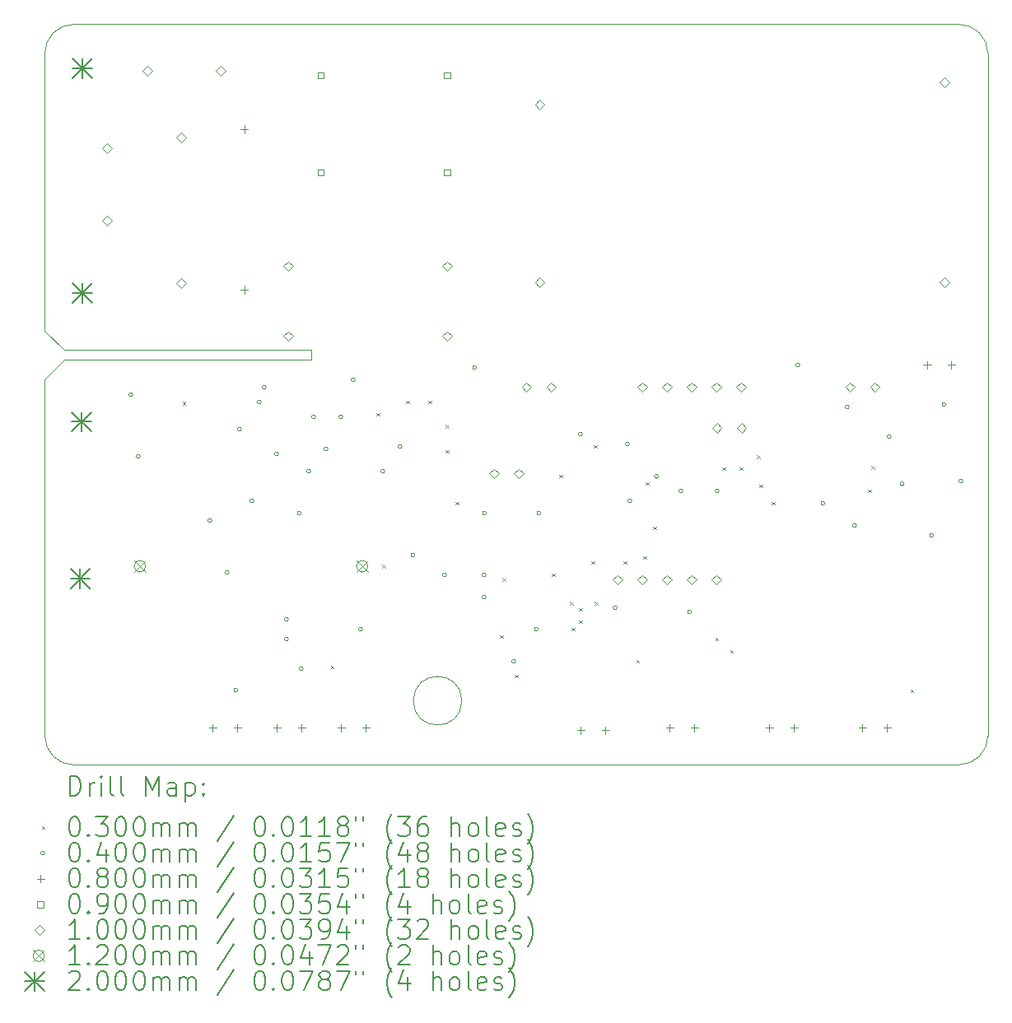
<source format=gbr>
%TF.GenerationSoftware,KiCad,Pcbnew,8.0.7-8.0.7-0~ubuntu24.04.1*%
%TF.CreationDate,2024-12-10T19:47:57+09:00*%
%TF.ProjectId,MRM5-tester,4d524d35-2d74-4657-9374-65722e6b6963,rev?*%
%TF.SameCoordinates,Original*%
%TF.FileFunction,Drillmap*%
%TF.FilePolarity,Positive*%
%FSLAX45Y45*%
G04 Gerber Fmt 4.5, Leading zero omitted, Abs format (unit mm)*
G04 Created by KiCad (PCBNEW 8.0.7-8.0.7-0~ubuntu24.04.1) date 2024-12-10 19:47:57*
%MOMM*%
%LPD*%
G01*
G04 APERTURE LIST*
%ADD10C,0.050000*%
%ADD11C,0.200000*%
%ADD12C,0.100000*%
%ADD13C,0.120000*%
G04 APERTURE END LIST*
D10*
X12975000Y-9600000D02*
X10435872Y-9600000D01*
X19933400Y-6548400D02*
X19933400Y-13568400D01*
X10435872Y-9600000D02*
X10235872Y-9400000D01*
X10235872Y-9900000D02*
X10435872Y-9700000D01*
X19633400Y-6248400D02*
G75*
G02*
X19933400Y-6548400I0J-300000D01*
G01*
X19933400Y-13568400D02*
G75*
G02*
X19633400Y-13868400I-300000J0D01*
G01*
X10535872Y-6248400D02*
X19633400Y-6248400D01*
X14524800Y-13208000D02*
G75*
G02*
X14024800Y-13208000I-250000J0D01*
G01*
X14024800Y-13208000D02*
G75*
G02*
X14524800Y-13208000I250000J0D01*
G01*
X12975000Y-9700000D02*
X10435872Y-9700000D01*
X10535872Y-13868400D02*
G75*
G02*
X10235870Y-13568400I-2J300000D01*
G01*
X10235872Y-6548400D02*
X10235872Y-9400000D01*
X12975000Y-9600000D02*
X12975000Y-9700000D01*
X10235872Y-6548400D02*
G75*
G02*
X10535872Y-6248402I299998J0D01*
G01*
X19633400Y-13868400D02*
X10535872Y-13868400D01*
X10235872Y-13568400D02*
X10235872Y-9900000D01*
D11*
D12*
X11653400Y-10135000D02*
X11683400Y-10165000D01*
X11683400Y-10135000D02*
X11653400Y-10165000D01*
X13177500Y-12847300D02*
X13207500Y-12877300D01*
X13207500Y-12847300D02*
X13177500Y-12877300D01*
X13644600Y-10246600D02*
X13674600Y-10276600D01*
X13674600Y-10246600D02*
X13644600Y-10276600D01*
X13708100Y-11808700D02*
X13738100Y-11838700D01*
X13738100Y-11808700D02*
X13708100Y-11838700D01*
X13949400Y-10119600D02*
X13979400Y-10149600D01*
X13979400Y-10119600D02*
X13949400Y-10149600D01*
X14178000Y-10119600D02*
X14208000Y-10149600D01*
X14208000Y-10119600D02*
X14178000Y-10149600D01*
X14355800Y-10369500D02*
X14385800Y-10399500D01*
X14385800Y-10369500D02*
X14355800Y-10399500D01*
X14355800Y-10627600D02*
X14385800Y-10657600D01*
X14385800Y-10627600D02*
X14355800Y-10657600D01*
X14460000Y-11160000D02*
X14490000Y-11190000D01*
X14490000Y-11160000D02*
X14460000Y-11190000D01*
X14914600Y-12532600D02*
X14944600Y-12562600D01*
X14944600Y-12532600D02*
X14914600Y-12562600D01*
X14942800Y-11945600D02*
X14972800Y-11975600D01*
X14972800Y-11945600D02*
X14942800Y-11975600D01*
X15067000Y-12939000D02*
X15097000Y-12969000D01*
X15097000Y-12939000D02*
X15067000Y-12969000D01*
X15448000Y-11897600D02*
X15478000Y-11927600D01*
X15478000Y-11897600D02*
X15448000Y-11927600D01*
X15524200Y-10881600D02*
X15554200Y-10911600D01*
X15554200Y-10881600D02*
X15524200Y-10911600D01*
X15638500Y-12189700D02*
X15668500Y-12219700D01*
X15668500Y-12189700D02*
X15638500Y-12219700D01*
X15651200Y-12456400D02*
X15681200Y-12486400D01*
X15681200Y-12456400D02*
X15651200Y-12486400D01*
X15727400Y-12253200D02*
X15757400Y-12283200D01*
X15757400Y-12253200D02*
X15727400Y-12283200D01*
X15727400Y-12380200D02*
X15757400Y-12410200D01*
X15757400Y-12380200D02*
X15727400Y-12410200D01*
X15858500Y-11770600D02*
X15888500Y-11800600D01*
X15888500Y-11770600D02*
X15858500Y-11800600D01*
X15879800Y-10576800D02*
X15909800Y-10606800D01*
X15909800Y-10576800D02*
X15879800Y-10606800D01*
X15892500Y-12189700D02*
X15922500Y-12219700D01*
X15922500Y-12189700D02*
X15892500Y-12219700D01*
X16184600Y-11770600D02*
X16214600Y-11800600D01*
X16214600Y-11770600D02*
X16184600Y-11800600D01*
X16317200Y-12786600D02*
X16347200Y-12816600D01*
X16347200Y-12786600D02*
X16317200Y-12816600D01*
X16387800Y-11719800D02*
X16417800Y-11749800D01*
X16417800Y-11719800D02*
X16387800Y-11749800D01*
X16413200Y-10957800D02*
X16443200Y-10987800D01*
X16443200Y-10957800D02*
X16413200Y-10987800D01*
X16489400Y-11415000D02*
X16519400Y-11445000D01*
X16519400Y-11415000D02*
X16489400Y-11445000D01*
X17130000Y-12558000D02*
X17160000Y-12588000D01*
X17160000Y-12558000D02*
X17130000Y-12588000D01*
X17200600Y-10805400D02*
X17230600Y-10835400D01*
X17230600Y-10805400D02*
X17200600Y-10835400D01*
X17282400Y-12685000D02*
X17312400Y-12715000D01*
X17312400Y-12685000D02*
X17282400Y-12715000D01*
X17378400Y-10805400D02*
X17408400Y-10835400D01*
X17408400Y-10805400D02*
X17378400Y-10835400D01*
X17560000Y-10685000D02*
X17590000Y-10715000D01*
X17590000Y-10685000D02*
X17560000Y-10715000D01*
X17581600Y-10983200D02*
X17611600Y-11013200D01*
X17611600Y-10983200D02*
X17581600Y-11013200D01*
X17708600Y-11161000D02*
X17738600Y-11191000D01*
X17738600Y-11161000D02*
X17708600Y-11191000D01*
X18699200Y-11034000D02*
X18729200Y-11064000D01*
X18729200Y-11034000D02*
X18699200Y-11064000D01*
X18737300Y-10792700D02*
X18767300Y-10822700D01*
X18767300Y-10792700D02*
X18737300Y-10822700D01*
X19136600Y-13091400D02*
X19166600Y-13121400D01*
X19166600Y-13091400D02*
X19136600Y-13121400D01*
X11139600Y-10058400D02*
G75*
G02*
X11099600Y-10058400I-20000J0D01*
G01*
X11099600Y-10058400D02*
G75*
G02*
X11139600Y-10058400I20000J0D01*
G01*
X11215800Y-10693400D02*
G75*
G02*
X11175800Y-10693400I-20000J0D01*
G01*
X11175800Y-10693400D02*
G75*
G02*
X11215800Y-10693400I20000J0D01*
G01*
X11952400Y-11353800D02*
G75*
G02*
X11912400Y-11353800I-20000J0D01*
G01*
X11912400Y-11353800D02*
G75*
G02*
X11952400Y-11353800I20000J0D01*
G01*
X12130200Y-11887200D02*
G75*
G02*
X12090200Y-11887200I-20000J0D01*
G01*
X12090200Y-11887200D02*
G75*
G02*
X12130200Y-11887200I20000J0D01*
G01*
X12220000Y-13100000D02*
G75*
G02*
X12180000Y-13100000I-20000J0D01*
G01*
X12180000Y-13100000D02*
G75*
G02*
X12220000Y-13100000I20000J0D01*
G01*
X12257200Y-10414000D02*
G75*
G02*
X12217200Y-10414000I-20000J0D01*
G01*
X12217200Y-10414000D02*
G75*
G02*
X12257200Y-10414000I20000J0D01*
G01*
X12384200Y-11150600D02*
G75*
G02*
X12344200Y-11150600I-20000J0D01*
G01*
X12344200Y-11150600D02*
G75*
G02*
X12384200Y-11150600I20000J0D01*
G01*
X12460400Y-10134600D02*
G75*
G02*
X12420400Y-10134600I-20000J0D01*
G01*
X12420400Y-10134600D02*
G75*
G02*
X12460400Y-10134600I20000J0D01*
G01*
X12511200Y-9982200D02*
G75*
G02*
X12471200Y-9982200I-20000J0D01*
G01*
X12471200Y-9982200D02*
G75*
G02*
X12511200Y-9982200I20000J0D01*
G01*
X12638200Y-10668000D02*
G75*
G02*
X12598200Y-10668000I-20000J0D01*
G01*
X12598200Y-10668000D02*
G75*
G02*
X12638200Y-10668000I20000J0D01*
G01*
X12739800Y-12369800D02*
G75*
G02*
X12699800Y-12369800I-20000J0D01*
G01*
X12699800Y-12369800D02*
G75*
G02*
X12739800Y-12369800I20000J0D01*
G01*
X12739800Y-12573000D02*
G75*
G02*
X12699800Y-12573000I-20000J0D01*
G01*
X12699800Y-12573000D02*
G75*
G02*
X12739800Y-12573000I20000J0D01*
G01*
X12872400Y-11277600D02*
G75*
G02*
X12832400Y-11277600I-20000J0D01*
G01*
X12832400Y-11277600D02*
G75*
G02*
X12872400Y-11277600I20000J0D01*
G01*
X12892200Y-12877800D02*
G75*
G02*
X12852200Y-12877800I-20000J0D01*
G01*
X12852200Y-12877800D02*
G75*
G02*
X12892200Y-12877800I20000J0D01*
G01*
X12968400Y-10845800D02*
G75*
G02*
X12928400Y-10845800I-20000J0D01*
G01*
X12928400Y-10845800D02*
G75*
G02*
X12968400Y-10845800I20000J0D01*
G01*
X13019200Y-10287000D02*
G75*
G02*
X12979200Y-10287000I-20000J0D01*
G01*
X12979200Y-10287000D02*
G75*
G02*
X13019200Y-10287000I20000J0D01*
G01*
X13146200Y-10617200D02*
G75*
G02*
X13106200Y-10617200I-20000J0D01*
G01*
X13106200Y-10617200D02*
G75*
G02*
X13146200Y-10617200I20000J0D01*
G01*
X13298600Y-10287000D02*
G75*
G02*
X13258600Y-10287000I-20000J0D01*
G01*
X13258600Y-10287000D02*
G75*
G02*
X13298600Y-10287000I20000J0D01*
G01*
X13425600Y-9906000D02*
G75*
G02*
X13385600Y-9906000I-20000J0D01*
G01*
X13385600Y-9906000D02*
G75*
G02*
X13425600Y-9906000I20000J0D01*
G01*
X13501800Y-12471400D02*
G75*
G02*
X13461800Y-12471400I-20000J0D01*
G01*
X13461800Y-12471400D02*
G75*
G02*
X13501800Y-12471400I20000J0D01*
G01*
X13730400Y-10845800D02*
G75*
G02*
X13690400Y-10845800I-20000J0D01*
G01*
X13690400Y-10845800D02*
G75*
G02*
X13730400Y-10845800I20000J0D01*
G01*
X13908200Y-10591800D02*
G75*
G02*
X13868200Y-10591800I-20000J0D01*
G01*
X13868200Y-10591800D02*
G75*
G02*
X13908200Y-10591800I20000J0D01*
G01*
X14040800Y-11709400D02*
G75*
G02*
X14000800Y-11709400I-20000J0D01*
G01*
X14000800Y-11709400D02*
G75*
G02*
X14040800Y-11709400I20000J0D01*
G01*
X14365400Y-11912600D02*
G75*
G02*
X14325400Y-11912600I-20000J0D01*
G01*
X14325400Y-11912600D02*
G75*
G02*
X14365400Y-11912600I20000J0D01*
G01*
X14675800Y-9779000D02*
G75*
G02*
X14635800Y-9779000I-20000J0D01*
G01*
X14635800Y-9779000D02*
G75*
G02*
X14675800Y-9779000I20000J0D01*
G01*
X14771800Y-11912600D02*
G75*
G02*
X14731800Y-11912600I-20000J0D01*
G01*
X14731800Y-11912600D02*
G75*
G02*
X14771800Y-11912600I20000J0D01*
G01*
X14773100Y-12142500D02*
G75*
G02*
X14733100Y-12142500I-20000J0D01*
G01*
X14733100Y-12142500D02*
G75*
G02*
X14773100Y-12142500I20000J0D01*
G01*
X14777400Y-11277600D02*
G75*
G02*
X14737400Y-11277600I-20000J0D01*
G01*
X14737400Y-11277600D02*
G75*
G02*
X14777400Y-11277600I20000J0D01*
G01*
X15076600Y-12801600D02*
G75*
G02*
X15036600Y-12801600I-20000J0D01*
G01*
X15036600Y-12801600D02*
G75*
G02*
X15076600Y-12801600I20000J0D01*
G01*
X15310800Y-12471400D02*
G75*
G02*
X15270800Y-12471400I-20000J0D01*
G01*
X15270800Y-12471400D02*
G75*
G02*
X15310800Y-12471400I20000J0D01*
G01*
X15336200Y-11277600D02*
G75*
G02*
X15296200Y-11277600I-20000J0D01*
G01*
X15296200Y-11277600D02*
G75*
G02*
X15336200Y-11277600I20000J0D01*
G01*
X15762400Y-10464800D02*
G75*
G02*
X15722400Y-10464800I-20000J0D01*
G01*
X15722400Y-10464800D02*
G75*
G02*
X15762400Y-10464800I20000J0D01*
G01*
X16120000Y-12250000D02*
G75*
G02*
X16080000Y-12250000I-20000J0D01*
G01*
X16080000Y-12250000D02*
G75*
G02*
X16120000Y-12250000I20000J0D01*
G01*
X16245000Y-10566400D02*
G75*
G02*
X16205000Y-10566400I-20000J0D01*
G01*
X16205000Y-10566400D02*
G75*
G02*
X16245000Y-10566400I20000J0D01*
G01*
X16270000Y-11150000D02*
G75*
G02*
X16230000Y-11150000I-20000J0D01*
G01*
X16230000Y-11150000D02*
G75*
G02*
X16270000Y-11150000I20000J0D01*
G01*
X16545000Y-10900000D02*
G75*
G02*
X16505000Y-10900000I-20000J0D01*
G01*
X16505000Y-10900000D02*
G75*
G02*
X16545000Y-10900000I20000J0D01*
G01*
X16795000Y-11050000D02*
G75*
G02*
X16755000Y-11050000I-20000J0D01*
G01*
X16755000Y-11050000D02*
G75*
G02*
X16795000Y-11050000I20000J0D01*
G01*
X16885600Y-12293600D02*
G75*
G02*
X16845600Y-12293600I-20000J0D01*
G01*
X16845600Y-12293600D02*
G75*
G02*
X16885600Y-12293600I20000J0D01*
G01*
X17170000Y-11050000D02*
G75*
G02*
X17130000Y-11050000I-20000J0D01*
G01*
X17130000Y-11050000D02*
G75*
G02*
X17170000Y-11050000I20000J0D01*
G01*
X17997600Y-9753600D02*
G75*
G02*
X17957600Y-9753600I-20000J0D01*
G01*
X17957600Y-9753600D02*
G75*
G02*
X17997600Y-9753600I20000J0D01*
G01*
X18257200Y-11176000D02*
G75*
G02*
X18217200Y-11176000I-20000J0D01*
G01*
X18217200Y-11176000D02*
G75*
G02*
X18257200Y-11176000I20000J0D01*
G01*
X18505600Y-10185400D02*
G75*
G02*
X18465600Y-10185400I-20000J0D01*
G01*
X18465600Y-10185400D02*
G75*
G02*
X18505600Y-10185400I20000J0D01*
G01*
X18581800Y-11404600D02*
G75*
G02*
X18541800Y-11404600I-20000J0D01*
G01*
X18541800Y-11404600D02*
G75*
G02*
X18581800Y-11404600I20000J0D01*
G01*
X18937400Y-10490200D02*
G75*
G02*
X18897400Y-10490200I-20000J0D01*
G01*
X18897400Y-10490200D02*
G75*
G02*
X18937400Y-10490200I20000J0D01*
G01*
X19070000Y-10975000D02*
G75*
G02*
X19030000Y-10975000I-20000J0D01*
G01*
X19030000Y-10975000D02*
G75*
G02*
X19070000Y-10975000I20000J0D01*
G01*
X19374800Y-11506200D02*
G75*
G02*
X19334800Y-11506200I-20000J0D01*
G01*
X19334800Y-11506200D02*
G75*
G02*
X19374800Y-11506200I20000J0D01*
G01*
X19501800Y-10160000D02*
G75*
G02*
X19461800Y-10160000I-20000J0D01*
G01*
X19461800Y-10160000D02*
G75*
G02*
X19501800Y-10160000I20000J0D01*
G01*
X19674000Y-10947400D02*
G75*
G02*
X19634000Y-10947400I-20000J0D01*
G01*
X19634000Y-10947400D02*
G75*
G02*
X19674000Y-10947400I20000J0D01*
G01*
X11963400Y-13447400D02*
X11963400Y-13527400D01*
X11923400Y-13487400D02*
X12003400Y-13487400D01*
X12217400Y-13447400D02*
X12217400Y-13527400D01*
X12177400Y-13487400D02*
X12257400Y-13487400D01*
X12288000Y-7288400D02*
X12288000Y-7368400D01*
X12248000Y-7328400D02*
X12328000Y-7328400D01*
X12288000Y-8938400D02*
X12288000Y-9018400D01*
X12248000Y-8978400D02*
X12328000Y-8978400D01*
X12623800Y-13447400D02*
X12623800Y-13527400D01*
X12583800Y-13487400D02*
X12663800Y-13487400D01*
X12877800Y-13447400D02*
X12877800Y-13527400D01*
X12837800Y-13487400D02*
X12917800Y-13487400D01*
X13284200Y-13447400D02*
X13284200Y-13527400D01*
X13244200Y-13487400D02*
X13324200Y-13487400D01*
X13538200Y-13447400D02*
X13538200Y-13527400D01*
X13498200Y-13487400D02*
X13578200Y-13487400D01*
X15748000Y-13472800D02*
X15748000Y-13552800D01*
X15708000Y-13512800D02*
X15788000Y-13512800D01*
X16002000Y-13472800D02*
X16002000Y-13552800D01*
X15962000Y-13512800D02*
X16042000Y-13512800D01*
X16662400Y-13447400D02*
X16662400Y-13527400D01*
X16622400Y-13487400D02*
X16702400Y-13487400D01*
X16916400Y-13447400D02*
X16916400Y-13527400D01*
X16876400Y-13487400D02*
X16956400Y-13487400D01*
X17686867Y-13447400D02*
X17686867Y-13527400D01*
X17646867Y-13487400D02*
X17726867Y-13487400D01*
X17940867Y-13447400D02*
X17940867Y-13527400D01*
X17900867Y-13487400D02*
X17980867Y-13487400D01*
X18643600Y-13447400D02*
X18643600Y-13527400D01*
X18603600Y-13487400D02*
X18683600Y-13487400D01*
X18897600Y-13447400D02*
X18897600Y-13527400D01*
X18857600Y-13487400D02*
X18937600Y-13487400D01*
X19308000Y-9712400D02*
X19308000Y-9792400D01*
X19268000Y-9752400D02*
X19348000Y-9752400D01*
X19558000Y-9712400D02*
X19558000Y-9792400D01*
X19518000Y-9752400D02*
X19598000Y-9752400D01*
X13106820Y-6806820D02*
X13106820Y-6743180D01*
X13043180Y-6743180D01*
X13043180Y-6806820D01*
X13106820Y-6806820D01*
X13106820Y-7806820D02*
X13106820Y-7743180D01*
X13043180Y-7743180D01*
X13043180Y-7806820D01*
X13106820Y-7806820D01*
X14406820Y-6806820D02*
X14406820Y-6743180D01*
X14343180Y-6743180D01*
X14343180Y-6806820D01*
X14406820Y-6806820D01*
X14406820Y-7806820D02*
X14406820Y-7743180D01*
X14343180Y-7743180D01*
X14343180Y-7806820D01*
X14406820Y-7806820D01*
X10875800Y-7570800D02*
X10925800Y-7520800D01*
X10875800Y-7470800D01*
X10825800Y-7520800D01*
X10875800Y-7570800D01*
X10875800Y-8320800D02*
X10925800Y-8270800D01*
X10875800Y-8220800D01*
X10825800Y-8270800D01*
X10875800Y-8320800D01*
X11292200Y-6777400D02*
X11342200Y-6727400D01*
X11292200Y-6677400D01*
X11242200Y-6727400D01*
X11292200Y-6777400D01*
X11635800Y-7463200D02*
X11685800Y-7413200D01*
X11635800Y-7363200D01*
X11585800Y-7413200D01*
X11635800Y-7463200D01*
X11635800Y-8963200D02*
X11685800Y-8913200D01*
X11635800Y-8863200D01*
X11585800Y-8913200D01*
X11635800Y-8963200D01*
X12042200Y-6777400D02*
X12092200Y-6727400D01*
X12042200Y-6677400D01*
X11992200Y-6727400D01*
X12042200Y-6777400D01*
X12740800Y-8787600D02*
X12790800Y-8737600D01*
X12740800Y-8687600D01*
X12690800Y-8737600D01*
X12740800Y-8787600D01*
X12740800Y-9507600D02*
X12790800Y-9457600D01*
X12740800Y-9407600D01*
X12690800Y-9457600D01*
X12740800Y-9507600D01*
X14370800Y-8787600D02*
X14420800Y-8737600D01*
X14370800Y-8687600D01*
X14320800Y-8737600D01*
X14370800Y-8787600D01*
X14370800Y-9507600D02*
X14420800Y-9457600D01*
X14370800Y-9407600D01*
X14320800Y-9457600D01*
X14370800Y-9507600D01*
X14858500Y-10921200D02*
X14908500Y-10871200D01*
X14858500Y-10821200D01*
X14808500Y-10871200D01*
X14858500Y-10921200D01*
X15112500Y-10921200D02*
X15162500Y-10871200D01*
X15112500Y-10821200D01*
X15062500Y-10871200D01*
X15112500Y-10921200D01*
X15189200Y-10032200D02*
X15239200Y-9982200D01*
X15189200Y-9932200D01*
X15139200Y-9982200D01*
X15189200Y-10032200D01*
X15325000Y-7125000D02*
X15375000Y-7075000D01*
X15325000Y-7025000D01*
X15275000Y-7075000D01*
X15325000Y-7125000D01*
X15325000Y-8955000D02*
X15375000Y-8905000D01*
X15325000Y-8855000D01*
X15275000Y-8905000D01*
X15325000Y-8955000D01*
X15443200Y-10032200D02*
X15493200Y-9982200D01*
X15443200Y-9932200D01*
X15393200Y-9982200D01*
X15443200Y-10032200D01*
X16123400Y-12013400D02*
X16173400Y-11963400D01*
X16123400Y-11913400D01*
X16073400Y-11963400D01*
X16123400Y-12013400D01*
X16377400Y-10032200D02*
X16427400Y-9982200D01*
X16377400Y-9932200D01*
X16327400Y-9982200D01*
X16377400Y-10032200D01*
X16377400Y-12013400D02*
X16427400Y-11963400D01*
X16377400Y-11913400D01*
X16327400Y-11963400D01*
X16377400Y-12013400D01*
X16631400Y-10032200D02*
X16681400Y-9982200D01*
X16631400Y-9932200D01*
X16581400Y-9982200D01*
X16631400Y-10032200D01*
X16631400Y-12013400D02*
X16681400Y-11963400D01*
X16631400Y-11913400D01*
X16581400Y-11963400D01*
X16631400Y-12013400D01*
X16885400Y-10032200D02*
X16935400Y-9982200D01*
X16885400Y-9932200D01*
X16835400Y-9982200D01*
X16885400Y-10032200D01*
X16885400Y-12013400D02*
X16935400Y-11963400D01*
X16885400Y-11913400D01*
X16835400Y-11963400D01*
X16885400Y-12013400D01*
X17139400Y-10032200D02*
X17189400Y-9982200D01*
X17139400Y-9932200D01*
X17089400Y-9982200D01*
X17139400Y-10032200D01*
X17139400Y-12013400D02*
X17189400Y-11963400D01*
X17139400Y-11913400D01*
X17089400Y-11963400D01*
X17139400Y-12013400D01*
X17146000Y-10450000D02*
X17196000Y-10400000D01*
X17146000Y-10350000D01*
X17096000Y-10400000D01*
X17146000Y-10450000D01*
X17393400Y-10032200D02*
X17443400Y-9982200D01*
X17393400Y-9932200D01*
X17343400Y-9982200D01*
X17393400Y-10032200D01*
X17400000Y-10450000D02*
X17450000Y-10400000D01*
X17400000Y-10350000D01*
X17350000Y-10400000D01*
X17400000Y-10450000D01*
X18516600Y-10032200D02*
X18566600Y-9982200D01*
X18516600Y-9932200D01*
X18466600Y-9982200D01*
X18516600Y-10032200D01*
X18770600Y-10032200D02*
X18820600Y-9982200D01*
X18770600Y-9932200D01*
X18720600Y-9982200D01*
X18770600Y-10032200D01*
X19485000Y-6895000D02*
X19535000Y-6845000D01*
X19485000Y-6795000D01*
X19435000Y-6845000D01*
X19485000Y-6895000D01*
X19485000Y-8955000D02*
X19535000Y-8905000D01*
X19485000Y-8855000D01*
X19435000Y-8905000D01*
X19485000Y-8955000D01*
D13*
X11154000Y-11765000D02*
X11274000Y-11885000D01*
X11274000Y-11765000D02*
X11154000Y-11885000D01*
X11274000Y-11825000D02*
G75*
G02*
X11154000Y-11825000I-60000J0D01*
G01*
X11154000Y-11825000D02*
G75*
G02*
X11274000Y-11825000I60000J0D01*
G01*
X13440000Y-11765000D02*
X13560000Y-11885000D01*
X13560000Y-11765000D02*
X13440000Y-11885000D01*
X13560000Y-11825000D02*
G75*
G02*
X13440000Y-11825000I-60000J0D01*
G01*
X13440000Y-11825000D02*
G75*
G02*
X13560000Y-11825000I60000J0D01*
G01*
D11*
X10500000Y-11850000D02*
X10700000Y-12050000D01*
X10700000Y-11850000D02*
X10500000Y-12050000D01*
X10600000Y-11850000D02*
X10600000Y-12050000D01*
X10500000Y-11950000D02*
X10700000Y-11950000D01*
X10511600Y-10237800D02*
X10711600Y-10437800D01*
X10711600Y-10237800D02*
X10511600Y-10437800D01*
X10611600Y-10237800D02*
X10611600Y-10437800D01*
X10511600Y-10337800D02*
X10711600Y-10337800D01*
X10519800Y-6602000D02*
X10719800Y-6802000D01*
X10719800Y-6602000D02*
X10519800Y-6802000D01*
X10619800Y-6602000D02*
X10619800Y-6802000D01*
X10519800Y-6702000D02*
X10719800Y-6702000D01*
X10519800Y-8913400D02*
X10719800Y-9113400D01*
X10719800Y-8913400D02*
X10519800Y-9113400D01*
X10619800Y-8913400D02*
X10619800Y-9113400D01*
X10519800Y-9013400D02*
X10719800Y-9013400D01*
X10494149Y-14182384D02*
X10494149Y-13982384D01*
X10494149Y-13982384D02*
X10541768Y-13982384D01*
X10541768Y-13982384D02*
X10570339Y-13991908D01*
X10570339Y-13991908D02*
X10589387Y-14010955D01*
X10589387Y-14010955D02*
X10598911Y-14030003D01*
X10598911Y-14030003D02*
X10608435Y-14068098D01*
X10608435Y-14068098D02*
X10608435Y-14096669D01*
X10608435Y-14096669D02*
X10598911Y-14134765D01*
X10598911Y-14134765D02*
X10589387Y-14153812D01*
X10589387Y-14153812D02*
X10570339Y-14172860D01*
X10570339Y-14172860D02*
X10541768Y-14182384D01*
X10541768Y-14182384D02*
X10494149Y-14182384D01*
X10694149Y-14182384D02*
X10694149Y-14049050D01*
X10694149Y-14087146D02*
X10703673Y-14068098D01*
X10703673Y-14068098D02*
X10713196Y-14058574D01*
X10713196Y-14058574D02*
X10732244Y-14049050D01*
X10732244Y-14049050D02*
X10751292Y-14049050D01*
X10817958Y-14182384D02*
X10817958Y-14049050D01*
X10817958Y-13982384D02*
X10808435Y-13991908D01*
X10808435Y-13991908D02*
X10817958Y-14001431D01*
X10817958Y-14001431D02*
X10827482Y-13991908D01*
X10827482Y-13991908D02*
X10817958Y-13982384D01*
X10817958Y-13982384D02*
X10817958Y-14001431D01*
X10941768Y-14182384D02*
X10922720Y-14172860D01*
X10922720Y-14172860D02*
X10913196Y-14153812D01*
X10913196Y-14153812D02*
X10913196Y-13982384D01*
X11046530Y-14182384D02*
X11027482Y-14172860D01*
X11027482Y-14172860D02*
X11017958Y-14153812D01*
X11017958Y-14153812D02*
X11017958Y-13982384D01*
X11275101Y-14182384D02*
X11275101Y-13982384D01*
X11275101Y-13982384D02*
X11341768Y-14125241D01*
X11341768Y-14125241D02*
X11408434Y-13982384D01*
X11408434Y-13982384D02*
X11408434Y-14182384D01*
X11589387Y-14182384D02*
X11589387Y-14077622D01*
X11589387Y-14077622D02*
X11579863Y-14058574D01*
X11579863Y-14058574D02*
X11560815Y-14049050D01*
X11560815Y-14049050D02*
X11522720Y-14049050D01*
X11522720Y-14049050D02*
X11503673Y-14058574D01*
X11589387Y-14172860D02*
X11570339Y-14182384D01*
X11570339Y-14182384D02*
X11522720Y-14182384D01*
X11522720Y-14182384D02*
X11503673Y-14172860D01*
X11503673Y-14172860D02*
X11494149Y-14153812D01*
X11494149Y-14153812D02*
X11494149Y-14134765D01*
X11494149Y-14134765D02*
X11503673Y-14115717D01*
X11503673Y-14115717D02*
X11522720Y-14106193D01*
X11522720Y-14106193D02*
X11570339Y-14106193D01*
X11570339Y-14106193D02*
X11589387Y-14096669D01*
X11684625Y-14049050D02*
X11684625Y-14249050D01*
X11684625Y-14058574D02*
X11703673Y-14049050D01*
X11703673Y-14049050D02*
X11741768Y-14049050D01*
X11741768Y-14049050D02*
X11760815Y-14058574D01*
X11760815Y-14058574D02*
X11770339Y-14068098D01*
X11770339Y-14068098D02*
X11779863Y-14087146D01*
X11779863Y-14087146D02*
X11779863Y-14144288D01*
X11779863Y-14144288D02*
X11770339Y-14163336D01*
X11770339Y-14163336D02*
X11760815Y-14172860D01*
X11760815Y-14172860D02*
X11741768Y-14182384D01*
X11741768Y-14182384D02*
X11703673Y-14182384D01*
X11703673Y-14182384D02*
X11684625Y-14172860D01*
X11865577Y-14163336D02*
X11875101Y-14172860D01*
X11875101Y-14172860D02*
X11865577Y-14182384D01*
X11865577Y-14182384D02*
X11856054Y-14172860D01*
X11856054Y-14172860D02*
X11865577Y-14163336D01*
X11865577Y-14163336D02*
X11865577Y-14182384D01*
X11865577Y-14058574D02*
X11875101Y-14068098D01*
X11875101Y-14068098D02*
X11865577Y-14077622D01*
X11865577Y-14077622D02*
X11856054Y-14068098D01*
X11856054Y-14068098D02*
X11865577Y-14058574D01*
X11865577Y-14058574D02*
X11865577Y-14077622D01*
D12*
X10203372Y-14495900D02*
X10233372Y-14525900D01*
X10233372Y-14495900D02*
X10203372Y-14525900D01*
D11*
X10532244Y-14402384D02*
X10551292Y-14402384D01*
X10551292Y-14402384D02*
X10570339Y-14411908D01*
X10570339Y-14411908D02*
X10579863Y-14421431D01*
X10579863Y-14421431D02*
X10589387Y-14440479D01*
X10589387Y-14440479D02*
X10598911Y-14478574D01*
X10598911Y-14478574D02*
X10598911Y-14526193D01*
X10598911Y-14526193D02*
X10589387Y-14564288D01*
X10589387Y-14564288D02*
X10579863Y-14583336D01*
X10579863Y-14583336D02*
X10570339Y-14592860D01*
X10570339Y-14592860D02*
X10551292Y-14602384D01*
X10551292Y-14602384D02*
X10532244Y-14602384D01*
X10532244Y-14602384D02*
X10513196Y-14592860D01*
X10513196Y-14592860D02*
X10503673Y-14583336D01*
X10503673Y-14583336D02*
X10494149Y-14564288D01*
X10494149Y-14564288D02*
X10484625Y-14526193D01*
X10484625Y-14526193D02*
X10484625Y-14478574D01*
X10484625Y-14478574D02*
X10494149Y-14440479D01*
X10494149Y-14440479D02*
X10503673Y-14421431D01*
X10503673Y-14421431D02*
X10513196Y-14411908D01*
X10513196Y-14411908D02*
X10532244Y-14402384D01*
X10684625Y-14583336D02*
X10694149Y-14592860D01*
X10694149Y-14592860D02*
X10684625Y-14602384D01*
X10684625Y-14602384D02*
X10675101Y-14592860D01*
X10675101Y-14592860D02*
X10684625Y-14583336D01*
X10684625Y-14583336D02*
X10684625Y-14602384D01*
X10760816Y-14402384D02*
X10884625Y-14402384D01*
X10884625Y-14402384D02*
X10817958Y-14478574D01*
X10817958Y-14478574D02*
X10846530Y-14478574D01*
X10846530Y-14478574D02*
X10865577Y-14488098D01*
X10865577Y-14488098D02*
X10875101Y-14497622D01*
X10875101Y-14497622D02*
X10884625Y-14516669D01*
X10884625Y-14516669D02*
X10884625Y-14564288D01*
X10884625Y-14564288D02*
X10875101Y-14583336D01*
X10875101Y-14583336D02*
X10865577Y-14592860D01*
X10865577Y-14592860D02*
X10846530Y-14602384D01*
X10846530Y-14602384D02*
X10789387Y-14602384D01*
X10789387Y-14602384D02*
X10770339Y-14592860D01*
X10770339Y-14592860D02*
X10760816Y-14583336D01*
X11008435Y-14402384D02*
X11027482Y-14402384D01*
X11027482Y-14402384D02*
X11046530Y-14411908D01*
X11046530Y-14411908D02*
X11056054Y-14421431D01*
X11056054Y-14421431D02*
X11065577Y-14440479D01*
X11065577Y-14440479D02*
X11075101Y-14478574D01*
X11075101Y-14478574D02*
X11075101Y-14526193D01*
X11075101Y-14526193D02*
X11065577Y-14564288D01*
X11065577Y-14564288D02*
X11056054Y-14583336D01*
X11056054Y-14583336D02*
X11046530Y-14592860D01*
X11046530Y-14592860D02*
X11027482Y-14602384D01*
X11027482Y-14602384D02*
X11008435Y-14602384D01*
X11008435Y-14602384D02*
X10989387Y-14592860D01*
X10989387Y-14592860D02*
X10979863Y-14583336D01*
X10979863Y-14583336D02*
X10970339Y-14564288D01*
X10970339Y-14564288D02*
X10960816Y-14526193D01*
X10960816Y-14526193D02*
X10960816Y-14478574D01*
X10960816Y-14478574D02*
X10970339Y-14440479D01*
X10970339Y-14440479D02*
X10979863Y-14421431D01*
X10979863Y-14421431D02*
X10989387Y-14411908D01*
X10989387Y-14411908D02*
X11008435Y-14402384D01*
X11198911Y-14402384D02*
X11217958Y-14402384D01*
X11217958Y-14402384D02*
X11237006Y-14411908D01*
X11237006Y-14411908D02*
X11246530Y-14421431D01*
X11246530Y-14421431D02*
X11256054Y-14440479D01*
X11256054Y-14440479D02*
X11265577Y-14478574D01*
X11265577Y-14478574D02*
X11265577Y-14526193D01*
X11265577Y-14526193D02*
X11256054Y-14564288D01*
X11256054Y-14564288D02*
X11246530Y-14583336D01*
X11246530Y-14583336D02*
X11237006Y-14592860D01*
X11237006Y-14592860D02*
X11217958Y-14602384D01*
X11217958Y-14602384D02*
X11198911Y-14602384D01*
X11198911Y-14602384D02*
X11179863Y-14592860D01*
X11179863Y-14592860D02*
X11170339Y-14583336D01*
X11170339Y-14583336D02*
X11160816Y-14564288D01*
X11160816Y-14564288D02*
X11151292Y-14526193D01*
X11151292Y-14526193D02*
X11151292Y-14478574D01*
X11151292Y-14478574D02*
X11160816Y-14440479D01*
X11160816Y-14440479D02*
X11170339Y-14421431D01*
X11170339Y-14421431D02*
X11179863Y-14411908D01*
X11179863Y-14411908D02*
X11198911Y-14402384D01*
X11351292Y-14602384D02*
X11351292Y-14469050D01*
X11351292Y-14488098D02*
X11360815Y-14478574D01*
X11360815Y-14478574D02*
X11379863Y-14469050D01*
X11379863Y-14469050D02*
X11408435Y-14469050D01*
X11408435Y-14469050D02*
X11427482Y-14478574D01*
X11427482Y-14478574D02*
X11437006Y-14497622D01*
X11437006Y-14497622D02*
X11437006Y-14602384D01*
X11437006Y-14497622D02*
X11446530Y-14478574D01*
X11446530Y-14478574D02*
X11465577Y-14469050D01*
X11465577Y-14469050D02*
X11494149Y-14469050D01*
X11494149Y-14469050D02*
X11513196Y-14478574D01*
X11513196Y-14478574D02*
X11522720Y-14497622D01*
X11522720Y-14497622D02*
X11522720Y-14602384D01*
X11617958Y-14602384D02*
X11617958Y-14469050D01*
X11617958Y-14488098D02*
X11627482Y-14478574D01*
X11627482Y-14478574D02*
X11646530Y-14469050D01*
X11646530Y-14469050D02*
X11675101Y-14469050D01*
X11675101Y-14469050D02*
X11694149Y-14478574D01*
X11694149Y-14478574D02*
X11703673Y-14497622D01*
X11703673Y-14497622D02*
X11703673Y-14602384D01*
X11703673Y-14497622D02*
X11713196Y-14478574D01*
X11713196Y-14478574D02*
X11732244Y-14469050D01*
X11732244Y-14469050D02*
X11760815Y-14469050D01*
X11760815Y-14469050D02*
X11779863Y-14478574D01*
X11779863Y-14478574D02*
X11789387Y-14497622D01*
X11789387Y-14497622D02*
X11789387Y-14602384D01*
X12179863Y-14392860D02*
X12008435Y-14650003D01*
X12437006Y-14402384D02*
X12456054Y-14402384D01*
X12456054Y-14402384D02*
X12475101Y-14411908D01*
X12475101Y-14411908D02*
X12484625Y-14421431D01*
X12484625Y-14421431D02*
X12494149Y-14440479D01*
X12494149Y-14440479D02*
X12503673Y-14478574D01*
X12503673Y-14478574D02*
X12503673Y-14526193D01*
X12503673Y-14526193D02*
X12494149Y-14564288D01*
X12494149Y-14564288D02*
X12484625Y-14583336D01*
X12484625Y-14583336D02*
X12475101Y-14592860D01*
X12475101Y-14592860D02*
X12456054Y-14602384D01*
X12456054Y-14602384D02*
X12437006Y-14602384D01*
X12437006Y-14602384D02*
X12417958Y-14592860D01*
X12417958Y-14592860D02*
X12408435Y-14583336D01*
X12408435Y-14583336D02*
X12398911Y-14564288D01*
X12398911Y-14564288D02*
X12389387Y-14526193D01*
X12389387Y-14526193D02*
X12389387Y-14478574D01*
X12389387Y-14478574D02*
X12398911Y-14440479D01*
X12398911Y-14440479D02*
X12408435Y-14421431D01*
X12408435Y-14421431D02*
X12417958Y-14411908D01*
X12417958Y-14411908D02*
X12437006Y-14402384D01*
X12589387Y-14583336D02*
X12598911Y-14592860D01*
X12598911Y-14592860D02*
X12589387Y-14602384D01*
X12589387Y-14602384D02*
X12579863Y-14592860D01*
X12579863Y-14592860D02*
X12589387Y-14583336D01*
X12589387Y-14583336D02*
X12589387Y-14602384D01*
X12722720Y-14402384D02*
X12741768Y-14402384D01*
X12741768Y-14402384D02*
X12760816Y-14411908D01*
X12760816Y-14411908D02*
X12770339Y-14421431D01*
X12770339Y-14421431D02*
X12779863Y-14440479D01*
X12779863Y-14440479D02*
X12789387Y-14478574D01*
X12789387Y-14478574D02*
X12789387Y-14526193D01*
X12789387Y-14526193D02*
X12779863Y-14564288D01*
X12779863Y-14564288D02*
X12770339Y-14583336D01*
X12770339Y-14583336D02*
X12760816Y-14592860D01*
X12760816Y-14592860D02*
X12741768Y-14602384D01*
X12741768Y-14602384D02*
X12722720Y-14602384D01*
X12722720Y-14602384D02*
X12703673Y-14592860D01*
X12703673Y-14592860D02*
X12694149Y-14583336D01*
X12694149Y-14583336D02*
X12684625Y-14564288D01*
X12684625Y-14564288D02*
X12675101Y-14526193D01*
X12675101Y-14526193D02*
X12675101Y-14478574D01*
X12675101Y-14478574D02*
X12684625Y-14440479D01*
X12684625Y-14440479D02*
X12694149Y-14421431D01*
X12694149Y-14421431D02*
X12703673Y-14411908D01*
X12703673Y-14411908D02*
X12722720Y-14402384D01*
X12979863Y-14602384D02*
X12865578Y-14602384D01*
X12922720Y-14602384D02*
X12922720Y-14402384D01*
X12922720Y-14402384D02*
X12903673Y-14430955D01*
X12903673Y-14430955D02*
X12884625Y-14450003D01*
X12884625Y-14450003D02*
X12865578Y-14459527D01*
X13170339Y-14602384D02*
X13056054Y-14602384D01*
X13113197Y-14602384D02*
X13113197Y-14402384D01*
X13113197Y-14402384D02*
X13094149Y-14430955D01*
X13094149Y-14430955D02*
X13075101Y-14450003D01*
X13075101Y-14450003D02*
X13056054Y-14459527D01*
X13284625Y-14488098D02*
X13265578Y-14478574D01*
X13265578Y-14478574D02*
X13256054Y-14469050D01*
X13256054Y-14469050D02*
X13246530Y-14450003D01*
X13246530Y-14450003D02*
X13246530Y-14440479D01*
X13246530Y-14440479D02*
X13256054Y-14421431D01*
X13256054Y-14421431D02*
X13265578Y-14411908D01*
X13265578Y-14411908D02*
X13284625Y-14402384D01*
X13284625Y-14402384D02*
X13322720Y-14402384D01*
X13322720Y-14402384D02*
X13341768Y-14411908D01*
X13341768Y-14411908D02*
X13351292Y-14421431D01*
X13351292Y-14421431D02*
X13360816Y-14440479D01*
X13360816Y-14440479D02*
X13360816Y-14450003D01*
X13360816Y-14450003D02*
X13351292Y-14469050D01*
X13351292Y-14469050D02*
X13341768Y-14478574D01*
X13341768Y-14478574D02*
X13322720Y-14488098D01*
X13322720Y-14488098D02*
X13284625Y-14488098D01*
X13284625Y-14488098D02*
X13265578Y-14497622D01*
X13265578Y-14497622D02*
X13256054Y-14507146D01*
X13256054Y-14507146D02*
X13246530Y-14526193D01*
X13246530Y-14526193D02*
X13246530Y-14564288D01*
X13246530Y-14564288D02*
X13256054Y-14583336D01*
X13256054Y-14583336D02*
X13265578Y-14592860D01*
X13265578Y-14592860D02*
X13284625Y-14602384D01*
X13284625Y-14602384D02*
X13322720Y-14602384D01*
X13322720Y-14602384D02*
X13341768Y-14592860D01*
X13341768Y-14592860D02*
X13351292Y-14583336D01*
X13351292Y-14583336D02*
X13360816Y-14564288D01*
X13360816Y-14564288D02*
X13360816Y-14526193D01*
X13360816Y-14526193D02*
X13351292Y-14507146D01*
X13351292Y-14507146D02*
X13341768Y-14497622D01*
X13341768Y-14497622D02*
X13322720Y-14488098D01*
X13437006Y-14402384D02*
X13437006Y-14440479D01*
X13513197Y-14402384D02*
X13513197Y-14440479D01*
X13808435Y-14678574D02*
X13798911Y-14669050D01*
X13798911Y-14669050D02*
X13779863Y-14640479D01*
X13779863Y-14640479D02*
X13770340Y-14621431D01*
X13770340Y-14621431D02*
X13760816Y-14592860D01*
X13760816Y-14592860D02*
X13751292Y-14545241D01*
X13751292Y-14545241D02*
X13751292Y-14507146D01*
X13751292Y-14507146D02*
X13760816Y-14459527D01*
X13760816Y-14459527D02*
X13770340Y-14430955D01*
X13770340Y-14430955D02*
X13779863Y-14411908D01*
X13779863Y-14411908D02*
X13798911Y-14383336D01*
X13798911Y-14383336D02*
X13808435Y-14373812D01*
X13865578Y-14402384D02*
X13989387Y-14402384D01*
X13989387Y-14402384D02*
X13922720Y-14478574D01*
X13922720Y-14478574D02*
X13951292Y-14478574D01*
X13951292Y-14478574D02*
X13970340Y-14488098D01*
X13970340Y-14488098D02*
X13979863Y-14497622D01*
X13979863Y-14497622D02*
X13989387Y-14516669D01*
X13989387Y-14516669D02*
X13989387Y-14564288D01*
X13989387Y-14564288D02*
X13979863Y-14583336D01*
X13979863Y-14583336D02*
X13970340Y-14592860D01*
X13970340Y-14592860D02*
X13951292Y-14602384D01*
X13951292Y-14602384D02*
X13894149Y-14602384D01*
X13894149Y-14602384D02*
X13875101Y-14592860D01*
X13875101Y-14592860D02*
X13865578Y-14583336D01*
X14160816Y-14402384D02*
X14122720Y-14402384D01*
X14122720Y-14402384D02*
X14103673Y-14411908D01*
X14103673Y-14411908D02*
X14094149Y-14421431D01*
X14094149Y-14421431D02*
X14075101Y-14450003D01*
X14075101Y-14450003D02*
X14065578Y-14488098D01*
X14065578Y-14488098D02*
X14065578Y-14564288D01*
X14065578Y-14564288D02*
X14075101Y-14583336D01*
X14075101Y-14583336D02*
X14084625Y-14592860D01*
X14084625Y-14592860D02*
X14103673Y-14602384D01*
X14103673Y-14602384D02*
X14141768Y-14602384D01*
X14141768Y-14602384D02*
X14160816Y-14592860D01*
X14160816Y-14592860D02*
X14170340Y-14583336D01*
X14170340Y-14583336D02*
X14179863Y-14564288D01*
X14179863Y-14564288D02*
X14179863Y-14516669D01*
X14179863Y-14516669D02*
X14170340Y-14497622D01*
X14170340Y-14497622D02*
X14160816Y-14488098D01*
X14160816Y-14488098D02*
X14141768Y-14478574D01*
X14141768Y-14478574D02*
X14103673Y-14478574D01*
X14103673Y-14478574D02*
X14084625Y-14488098D01*
X14084625Y-14488098D02*
X14075101Y-14497622D01*
X14075101Y-14497622D02*
X14065578Y-14516669D01*
X14417959Y-14602384D02*
X14417959Y-14402384D01*
X14503673Y-14602384D02*
X14503673Y-14497622D01*
X14503673Y-14497622D02*
X14494149Y-14478574D01*
X14494149Y-14478574D02*
X14475102Y-14469050D01*
X14475102Y-14469050D02*
X14446530Y-14469050D01*
X14446530Y-14469050D02*
X14427482Y-14478574D01*
X14427482Y-14478574D02*
X14417959Y-14488098D01*
X14627482Y-14602384D02*
X14608435Y-14592860D01*
X14608435Y-14592860D02*
X14598911Y-14583336D01*
X14598911Y-14583336D02*
X14589387Y-14564288D01*
X14589387Y-14564288D02*
X14589387Y-14507146D01*
X14589387Y-14507146D02*
X14598911Y-14488098D01*
X14598911Y-14488098D02*
X14608435Y-14478574D01*
X14608435Y-14478574D02*
X14627482Y-14469050D01*
X14627482Y-14469050D02*
X14656054Y-14469050D01*
X14656054Y-14469050D02*
X14675102Y-14478574D01*
X14675102Y-14478574D02*
X14684625Y-14488098D01*
X14684625Y-14488098D02*
X14694149Y-14507146D01*
X14694149Y-14507146D02*
X14694149Y-14564288D01*
X14694149Y-14564288D02*
X14684625Y-14583336D01*
X14684625Y-14583336D02*
X14675102Y-14592860D01*
X14675102Y-14592860D02*
X14656054Y-14602384D01*
X14656054Y-14602384D02*
X14627482Y-14602384D01*
X14808435Y-14602384D02*
X14789387Y-14592860D01*
X14789387Y-14592860D02*
X14779863Y-14573812D01*
X14779863Y-14573812D02*
X14779863Y-14402384D01*
X14960816Y-14592860D02*
X14941768Y-14602384D01*
X14941768Y-14602384D02*
X14903673Y-14602384D01*
X14903673Y-14602384D02*
X14884625Y-14592860D01*
X14884625Y-14592860D02*
X14875102Y-14573812D01*
X14875102Y-14573812D02*
X14875102Y-14497622D01*
X14875102Y-14497622D02*
X14884625Y-14478574D01*
X14884625Y-14478574D02*
X14903673Y-14469050D01*
X14903673Y-14469050D02*
X14941768Y-14469050D01*
X14941768Y-14469050D02*
X14960816Y-14478574D01*
X14960816Y-14478574D02*
X14970340Y-14497622D01*
X14970340Y-14497622D02*
X14970340Y-14516669D01*
X14970340Y-14516669D02*
X14875102Y-14535717D01*
X15046530Y-14592860D02*
X15065578Y-14602384D01*
X15065578Y-14602384D02*
X15103673Y-14602384D01*
X15103673Y-14602384D02*
X15122721Y-14592860D01*
X15122721Y-14592860D02*
X15132244Y-14573812D01*
X15132244Y-14573812D02*
X15132244Y-14564288D01*
X15132244Y-14564288D02*
X15122721Y-14545241D01*
X15122721Y-14545241D02*
X15103673Y-14535717D01*
X15103673Y-14535717D02*
X15075102Y-14535717D01*
X15075102Y-14535717D02*
X15056054Y-14526193D01*
X15056054Y-14526193D02*
X15046530Y-14507146D01*
X15046530Y-14507146D02*
X15046530Y-14497622D01*
X15046530Y-14497622D02*
X15056054Y-14478574D01*
X15056054Y-14478574D02*
X15075102Y-14469050D01*
X15075102Y-14469050D02*
X15103673Y-14469050D01*
X15103673Y-14469050D02*
X15122721Y-14478574D01*
X15198911Y-14678574D02*
X15208435Y-14669050D01*
X15208435Y-14669050D02*
X15227483Y-14640479D01*
X15227483Y-14640479D02*
X15237006Y-14621431D01*
X15237006Y-14621431D02*
X15246530Y-14592860D01*
X15246530Y-14592860D02*
X15256054Y-14545241D01*
X15256054Y-14545241D02*
X15256054Y-14507146D01*
X15256054Y-14507146D02*
X15246530Y-14459527D01*
X15246530Y-14459527D02*
X15237006Y-14430955D01*
X15237006Y-14430955D02*
X15227483Y-14411908D01*
X15227483Y-14411908D02*
X15208435Y-14383336D01*
X15208435Y-14383336D02*
X15198911Y-14373812D01*
D12*
X10233372Y-14774900D02*
G75*
G02*
X10193372Y-14774900I-20000J0D01*
G01*
X10193372Y-14774900D02*
G75*
G02*
X10233372Y-14774900I20000J0D01*
G01*
D11*
X10532244Y-14666384D02*
X10551292Y-14666384D01*
X10551292Y-14666384D02*
X10570339Y-14675908D01*
X10570339Y-14675908D02*
X10579863Y-14685431D01*
X10579863Y-14685431D02*
X10589387Y-14704479D01*
X10589387Y-14704479D02*
X10598911Y-14742574D01*
X10598911Y-14742574D02*
X10598911Y-14790193D01*
X10598911Y-14790193D02*
X10589387Y-14828288D01*
X10589387Y-14828288D02*
X10579863Y-14847336D01*
X10579863Y-14847336D02*
X10570339Y-14856860D01*
X10570339Y-14856860D02*
X10551292Y-14866384D01*
X10551292Y-14866384D02*
X10532244Y-14866384D01*
X10532244Y-14866384D02*
X10513196Y-14856860D01*
X10513196Y-14856860D02*
X10503673Y-14847336D01*
X10503673Y-14847336D02*
X10494149Y-14828288D01*
X10494149Y-14828288D02*
X10484625Y-14790193D01*
X10484625Y-14790193D02*
X10484625Y-14742574D01*
X10484625Y-14742574D02*
X10494149Y-14704479D01*
X10494149Y-14704479D02*
X10503673Y-14685431D01*
X10503673Y-14685431D02*
X10513196Y-14675908D01*
X10513196Y-14675908D02*
X10532244Y-14666384D01*
X10684625Y-14847336D02*
X10694149Y-14856860D01*
X10694149Y-14856860D02*
X10684625Y-14866384D01*
X10684625Y-14866384D02*
X10675101Y-14856860D01*
X10675101Y-14856860D02*
X10684625Y-14847336D01*
X10684625Y-14847336D02*
X10684625Y-14866384D01*
X10865577Y-14733050D02*
X10865577Y-14866384D01*
X10817958Y-14656860D02*
X10770339Y-14799717D01*
X10770339Y-14799717D02*
X10894149Y-14799717D01*
X11008435Y-14666384D02*
X11027482Y-14666384D01*
X11027482Y-14666384D02*
X11046530Y-14675908D01*
X11046530Y-14675908D02*
X11056054Y-14685431D01*
X11056054Y-14685431D02*
X11065577Y-14704479D01*
X11065577Y-14704479D02*
X11075101Y-14742574D01*
X11075101Y-14742574D02*
X11075101Y-14790193D01*
X11075101Y-14790193D02*
X11065577Y-14828288D01*
X11065577Y-14828288D02*
X11056054Y-14847336D01*
X11056054Y-14847336D02*
X11046530Y-14856860D01*
X11046530Y-14856860D02*
X11027482Y-14866384D01*
X11027482Y-14866384D02*
X11008435Y-14866384D01*
X11008435Y-14866384D02*
X10989387Y-14856860D01*
X10989387Y-14856860D02*
X10979863Y-14847336D01*
X10979863Y-14847336D02*
X10970339Y-14828288D01*
X10970339Y-14828288D02*
X10960816Y-14790193D01*
X10960816Y-14790193D02*
X10960816Y-14742574D01*
X10960816Y-14742574D02*
X10970339Y-14704479D01*
X10970339Y-14704479D02*
X10979863Y-14685431D01*
X10979863Y-14685431D02*
X10989387Y-14675908D01*
X10989387Y-14675908D02*
X11008435Y-14666384D01*
X11198911Y-14666384D02*
X11217958Y-14666384D01*
X11217958Y-14666384D02*
X11237006Y-14675908D01*
X11237006Y-14675908D02*
X11246530Y-14685431D01*
X11246530Y-14685431D02*
X11256054Y-14704479D01*
X11256054Y-14704479D02*
X11265577Y-14742574D01*
X11265577Y-14742574D02*
X11265577Y-14790193D01*
X11265577Y-14790193D02*
X11256054Y-14828288D01*
X11256054Y-14828288D02*
X11246530Y-14847336D01*
X11246530Y-14847336D02*
X11237006Y-14856860D01*
X11237006Y-14856860D02*
X11217958Y-14866384D01*
X11217958Y-14866384D02*
X11198911Y-14866384D01*
X11198911Y-14866384D02*
X11179863Y-14856860D01*
X11179863Y-14856860D02*
X11170339Y-14847336D01*
X11170339Y-14847336D02*
X11160816Y-14828288D01*
X11160816Y-14828288D02*
X11151292Y-14790193D01*
X11151292Y-14790193D02*
X11151292Y-14742574D01*
X11151292Y-14742574D02*
X11160816Y-14704479D01*
X11160816Y-14704479D02*
X11170339Y-14685431D01*
X11170339Y-14685431D02*
X11179863Y-14675908D01*
X11179863Y-14675908D02*
X11198911Y-14666384D01*
X11351292Y-14866384D02*
X11351292Y-14733050D01*
X11351292Y-14752098D02*
X11360815Y-14742574D01*
X11360815Y-14742574D02*
X11379863Y-14733050D01*
X11379863Y-14733050D02*
X11408435Y-14733050D01*
X11408435Y-14733050D02*
X11427482Y-14742574D01*
X11427482Y-14742574D02*
X11437006Y-14761622D01*
X11437006Y-14761622D02*
X11437006Y-14866384D01*
X11437006Y-14761622D02*
X11446530Y-14742574D01*
X11446530Y-14742574D02*
X11465577Y-14733050D01*
X11465577Y-14733050D02*
X11494149Y-14733050D01*
X11494149Y-14733050D02*
X11513196Y-14742574D01*
X11513196Y-14742574D02*
X11522720Y-14761622D01*
X11522720Y-14761622D02*
X11522720Y-14866384D01*
X11617958Y-14866384D02*
X11617958Y-14733050D01*
X11617958Y-14752098D02*
X11627482Y-14742574D01*
X11627482Y-14742574D02*
X11646530Y-14733050D01*
X11646530Y-14733050D02*
X11675101Y-14733050D01*
X11675101Y-14733050D02*
X11694149Y-14742574D01*
X11694149Y-14742574D02*
X11703673Y-14761622D01*
X11703673Y-14761622D02*
X11703673Y-14866384D01*
X11703673Y-14761622D02*
X11713196Y-14742574D01*
X11713196Y-14742574D02*
X11732244Y-14733050D01*
X11732244Y-14733050D02*
X11760815Y-14733050D01*
X11760815Y-14733050D02*
X11779863Y-14742574D01*
X11779863Y-14742574D02*
X11789387Y-14761622D01*
X11789387Y-14761622D02*
X11789387Y-14866384D01*
X12179863Y-14656860D02*
X12008435Y-14914003D01*
X12437006Y-14666384D02*
X12456054Y-14666384D01*
X12456054Y-14666384D02*
X12475101Y-14675908D01*
X12475101Y-14675908D02*
X12484625Y-14685431D01*
X12484625Y-14685431D02*
X12494149Y-14704479D01*
X12494149Y-14704479D02*
X12503673Y-14742574D01*
X12503673Y-14742574D02*
X12503673Y-14790193D01*
X12503673Y-14790193D02*
X12494149Y-14828288D01*
X12494149Y-14828288D02*
X12484625Y-14847336D01*
X12484625Y-14847336D02*
X12475101Y-14856860D01*
X12475101Y-14856860D02*
X12456054Y-14866384D01*
X12456054Y-14866384D02*
X12437006Y-14866384D01*
X12437006Y-14866384D02*
X12417958Y-14856860D01*
X12417958Y-14856860D02*
X12408435Y-14847336D01*
X12408435Y-14847336D02*
X12398911Y-14828288D01*
X12398911Y-14828288D02*
X12389387Y-14790193D01*
X12389387Y-14790193D02*
X12389387Y-14742574D01*
X12389387Y-14742574D02*
X12398911Y-14704479D01*
X12398911Y-14704479D02*
X12408435Y-14685431D01*
X12408435Y-14685431D02*
X12417958Y-14675908D01*
X12417958Y-14675908D02*
X12437006Y-14666384D01*
X12589387Y-14847336D02*
X12598911Y-14856860D01*
X12598911Y-14856860D02*
X12589387Y-14866384D01*
X12589387Y-14866384D02*
X12579863Y-14856860D01*
X12579863Y-14856860D02*
X12589387Y-14847336D01*
X12589387Y-14847336D02*
X12589387Y-14866384D01*
X12722720Y-14666384D02*
X12741768Y-14666384D01*
X12741768Y-14666384D02*
X12760816Y-14675908D01*
X12760816Y-14675908D02*
X12770339Y-14685431D01*
X12770339Y-14685431D02*
X12779863Y-14704479D01*
X12779863Y-14704479D02*
X12789387Y-14742574D01*
X12789387Y-14742574D02*
X12789387Y-14790193D01*
X12789387Y-14790193D02*
X12779863Y-14828288D01*
X12779863Y-14828288D02*
X12770339Y-14847336D01*
X12770339Y-14847336D02*
X12760816Y-14856860D01*
X12760816Y-14856860D02*
X12741768Y-14866384D01*
X12741768Y-14866384D02*
X12722720Y-14866384D01*
X12722720Y-14866384D02*
X12703673Y-14856860D01*
X12703673Y-14856860D02*
X12694149Y-14847336D01*
X12694149Y-14847336D02*
X12684625Y-14828288D01*
X12684625Y-14828288D02*
X12675101Y-14790193D01*
X12675101Y-14790193D02*
X12675101Y-14742574D01*
X12675101Y-14742574D02*
X12684625Y-14704479D01*
X12684625Y-14704479D02*
X12694149Y-14685431D01*
X12694149Y-14685431D02*
X12703673Y-14675908D01*
X12703673Y-14675908D02*
X12722720Y-14666384D01*
X12979863Y-14866384D02*
X12865578Y-14866384D01*
X12922720Y-14866384D02*
X12922720Y-14666384D01*
X12922720Y-14666384D02*
X12903673Y-14694955D01*
X12903673Y-14694955D02*
X12884625Y-14714003D01*
X12884625Y-14714003D02*
X12865578Y-14723527D01*
X13160816Y-14666384D02*
X13065578Y-14666384D01*
X13065578Y-14666384D02*
X13056054Y-14761622D01*
X13056054Y-14761622D02*
X13065578Y-14752098D01*
X13065578Y-14752098D02*
X13084625Y-14742574D01*
X13084625Y-14742574D02*
X13132244Y-14742574D01*
X13132244Y-14742574D02*
X13151292Y-14752098D01*
X13151292Y-14752098D02*
X13160816Y-14761622D01*
X13160816Y-14761622D02*
X13170339Y-14780669D01*
X13170339Y-14780669D02*
X13170339Y-14828288D01*
X13170339Y-14828288D02*
X13160816Y-14847336D01*
X13160816Y-14847336D02*
X13151292Y-14856860D01*
X13151292Y-14856860D02*
X13132244Y-14866384D01*
X13132244Y-14866384D02*
X13084625Y-14866384D01*
X13084625Y-14866384D02*
X13065578Y-14856860D01*
X13065578Y-14856860D02*
X13056054Y-14847336D01*
X13237006Y-14666384D02*
X13370339Y-14666384D01*
X13370339Y-14666384D02*
X13284625Y-14866384D01*
X13437006Y-14666384D02*
X13437006Y-14704479D01*
X13513197Y-14666384D02*
X13513197Y-14704479D01*
X13808435Y-14942574D02*
X13798911Y-14933050D01*
X13798911Y-14933050D02*
X13779863Y-14904479D01*
X13779863Y-14904479D02*
X13770340Y-14885431D01*
X13770340Y-14885431D02*
X13760816Y-14856860D01*
X13760816Y-14856860D02*
X13751292Y-14809241D01*
X13751292Y-14809241D02*
X13751292Y-14771146D01*
X13751292Y-14771146D02*
X13760816Y-14723527D01*
X13760816Y-14723527D02*
X13770340Y-14694955D01*
X13770340Y-14694955D02*
X13779863Y-14675908D01*
X13779863Y-14675908D02*
X13798911Y-14647336D01*
X13798911Y-14647336D02*
X13808435Y-14637812D01*
X13970340Y-14733050D02*
X13970340Y-14866384D01*
X13922720Y-14656860D02*
X13875101Y-14799717D01*
X13875101Y-14799717D02*
X13998911Y-14799717D01*
X14103673Y-14752098D02*
X14084625Y-14742574D01*
X14084625Y-14742574D02*
X14075101Y-14733050D01*
X14075101Y-14733050D02*
X14065578Y-14714003D01*
X14065578Y-14714003D02*
X14065578Y-14704479D01*
X14065578Y-14704479D02*
X14075101Y-14685431D01*
X14075101Y-14685431D02*
X14084625Y-14675908D01*
X14084625Y-14675908D02*
X14103673Y-14666384D01*
X14103673Y-14666384D02*
X14141768Y-14666384D01*
X14141768Y-14666384D02*
X14160816Y-14675908D01*
X14160816Y-14675908D02*
X14170340Y-14685431D01*
X14170340Y-14685431D02*
X14179863Y-14704479D01*
X14179863Y-14704479D02*
X14179863Y-14714003D01*
X14179863Y-14714003D02*
X14170340Y-14733050D01*
X14170340Y-14733050D02*
X14160816Y-14742574D01*
X14160816Y-14742574D02*
X14141768Y-14752098D01*
X14141768Y-14752098D02*
X14103673Y-14752098D01*
X14103673Y-14752098D02*
X14084625Y-14761622D01*
X14084625Y-14761622D02*
X14075101Y-14771146D01*
X14075101Y-14771146D02*
X14065578Y-14790193D01*
X14065578Y-14790193D02*
X14065578Y-14828288D01*
X14065578Y-14828288D02*
X14075101Y-14847336D01*
X14075101Y-14847336D02*
X14084625Y-14856860D01*
X14084625Y-14856860D02*
X14103673Y-14866384D01*
X14103673Y-14866384D02*
X14141768Y-14866384D01*
X14141768Y-14866384D02*
X14160816Y-14856860D01*
X14160816Y-14856860D02*
X14170340Y-14847336D01*
X14170340Y-14847336D02*
X14179863Y-14828288D01*
X14179863Y-14828288D02*
X14179863Y-14790193D01*
X14179863Y-14790193D02*
X14170340Y-14771146D01*
X14170340Y-14771146D02*
X14160816Y-14761622D01*
X14160816Y-14761622D02*
X14141768Y-14752098D01*
X14417959Y-14866384D02*
X14417959Y-14666384D01*
X14503673Y-14866384D02*
X14503673Y-14761622D01*
X14503673Y-14761622D02*
X14494149Y-14742574D01*
X14494149Y-14742574D02*
X14475102Y-14733050D01*
X14475102Y-14733050D02*
X14446530Y-14733050D01*
X14446530Y-14733050D02*
X14427482Y-14742574D01*
X14427482Y-14742574D02*
X14417959Y-14752098D01*
X14627482Y-14866384D02*
X14608435Y-14856860D01*
X14608435Y-14856860D02*
X14598911Y-14847336D01*
X14598911Y-14847336D02*
X14589387Y-14828288D01*
X14589387Y-14828288D02*
X14589387Y-14771146D01*
X14589387Y-14771146D02*
X14598911Y-14752098D01*
X14598911Y-14752098D02*
X14608435Y-14742574D01*
X14608435Y-14742574D02*
X14627482Y-14733050D01*
X14627482Y-14733050D02*
X14656054Y-14733050D01*
X14656054Y-14733050D02*
X14675102Y-14742574D01*
X14675102Y-14742574D02*
X14684625Y-14752098D01*
X14684625Y-14752098D02*
X14694149Y-14771146D01*
X14694149Y-14771146D02*
X14694149Y-14828288D01*
X14694149Y-14828288D02*
X14684625Y-14847336D01*
X14684625Y-14847336D02*
X14675102Y-14856860D01*
X14675102Y-14856860D02*
X14656054Y-14866384D01*
X14656054Y-14866384D02*
X14627482Y-14866384D01*
X14808435Y-14866384D02*
X14789387Y-14856860D01*
X14789387Y-14856860D02*
X14779863Y-14837812D01*
X14779863Y-14837812D02*
X14779863Y-14666384D01*
X14960816Y-14856860D02*
X14941768Y-14866384D01*
X14941768Y-14866384D02*
X14903673Y-14866384D01*
X14903673Y-14866384D02*
X14884625Y-14856860D01*
X14884625Y-14856860D02*
X14875102Y-14837812D01*
X14875102Y-14837812D02*
X14875102Y-14761622D01*
X14875102Y-14761622D02*
X14884625Y-14742574D01*
X14884625Y-14742574D02*
X14903673Y-14733050D01*
X14903673Y-14733050D02*
X14941768Y-14733050D01*
X14941768Y-14733050D02*
X14960816Y-14742574D01*
X14960816Y-14742574D02*
X14970340Y-14761622D01*
X14970340Y-14761622D02*
X14970340Y-14780669D01*
X14970340Y-14780669D02*
X14875102Y-14799717D01*
X15046530Y-14856860D02*
X15065578Y-14866384D01*
X15065578Y-14866384D02*
X15103673Y-14866384D01*
X15103673Y-14866384D02*
X15122721Y-14856860D01*
X15122721Y-14856860D02*
X15132244Y-14837812D01*
X15132244Y-14837812D02*
X15132244Y-14828288D01*
X15132244Y-14828288D02*
X15122721Y-14809241D01*
X15122721Y-14809241D02*
X15103673Y-14799717D01*
X15103673Y-14799717D02*
X15075102Y-14799717D01*
X15075102Y-14799717D02*
X15056054Y-14790193D01*
X15056054Y-14790193D02*
X15046530Y-14771146D01*
X15046530Y-14771146D02*
X15046530Y-14761622D01*
X15046530Y-14761622D02*
X15056054Y-14742574D01*
X15056054Y-14742574D02*
X15075102Y-14733050D01*
X15075102Y-14733050D02*
X15103673Y-14733050D01*
X15103673Y-14733050D02*
X15122721Y-14742574D01*
X15198911Y-14942574D02*
X15208435Y-14933050D01*
X15208435Y-14933050D02*
X15227483Y-14904479D01*
X15227483Y-14904479D02*
X15237006Y-14885431D01*
X15237006Y-14885431D02*
X15246530Y-14856860D01*
X15246530Y-14856860D02*
X15256054Y-14809241D01*
X15256054Y-14809241D02*
X15256054Y-14771146D01*
X15256054Y-14771146D02*
X15246530Y-14723527D01*
X15246530Y-14723527D02*
X15237006Y-14694955D01*
X15237006Y-14694955D02*
X15227483Y-14675908D01*
X15227483Y-14675908D02*
X15208435Y-14647336D01*
X15208435Y-14647336D02*
X15198911Y-14637812D01*
D12*
X10193372Y-14998900D02*
X10193372Y-15078900D01*
X10153372Y-15038900D02*
X10233372Y-15038900D01*
D11*
X10532244Y-14930384D02*
X10551292Y-14930384D01*
X10551292Y-14930384D02*
X10570339Y-14939908D01*
X10570339Y-14939908D02*
X10579863Y-14949431D01*
X10579863Y-14949431D02*
X10589387Y-14968479D01*
X10589387Y-14968479D02*
X10598911Y-15006574D01*
X10598911Y-15006574D02*
X10598911Y-15054193D01*
X10598911Y-15054193D02*
X10589387Y-15092288D01*
X10589387Y-15092288D02*
X10579863Y-15111336D01*
X10579863Y-15111336D02*
X10570339Y-15120860D01*
X10570339Y-15120860D02*
X10551292Y-15130384D01*
X10551292Y-15130384D02*
X10532244Y-15130384D01*
X10532244Y-15130384D02*
X10513196Y-15120860D01*
X10513196Y-15120860D02*
X10503673Y-15111336D01*
X10503673Y-15111336D02*
X10494149Y-15092288D01*
X10494149Y-15092288D02*
X10484625Y-15054193D01*
X10484625Y-15054193D02*
X10484625Y-15006574D01*
X10484625Y-15006574D02*
X10494149Y-14968479D01*
X10494149Y-14968479D02*
X10503673Y-14949431D01*
X10503673Y-14949431D02*
X10513196Y-14939908D01*
X10513196Y-14939908D02*
X10532244Y-14930384D01*
X10684625Y-15111336D02*
X10694149Y-15120860D01*
X10694149Y-15120860D02*
X10684625Y-15130384D01*
X10684625Y-15130384D02*
X10675101Y-15120860D01*
X10675101Y-15120860D02*
X10684625Y-15111336D01*
X10684625Y-15111336D02*
X10684625Y-15130384D01*
X10808435Y-15016098D02*
X10789387Y-15006574D01*
X10789387Y-15006574D02*
X10779863Y-14997050D01*
X10779863Y-14997050D02*
X10770339Y-14978003D01*
X10770339Y-14978003D02*
X10770339Y-14968479D01*
X10770339Y-14968479D02*
X10779863Y-14949431D01*
X10779863Y-14949431D02*
X10789387Y-14939908D01*
X10789387Y-14939908D02*
X10808435Y-14930384D01*
X10808435Y-14930384D02*
X10846530Y-14930384D01*
X10846530Y-14930384D02*
X10865577Y-14939908D01*
X10865577Y-14939908D02*
X10875101Y-14949431D01*
X10875101Y-14949431D02*
X10884625Y-14968479D01*
X10884625Y-14968479D02*
X10884625Y-14978003D01*
X10884625Y-14978003D02*
X10875101Y-14997050D01*
X10875101Y-14997050D02*
X10865577Y-15006574D01*
X10865577Y-15006574D02*
X10846530Y-15016098D01*
X10846530Y-15016098D02*
X10808435Y-15016098D01*
X10808435Y-15016098D02*
X10789387Y-15025622D01*
X10789387Y-15025622D02*
X10779863Y-15035146D01*
X10779863Y-15035146D02*
X10770339Y-15054193D01*
X10770339Y-15054193D02*
X10770339Y-15092288D01*
X10770339Y-15092288D02*
X10779863Y-15111336D01*
X10779863Y-15111336D02*
X10789387Y-15120860D01*
X10789387Y-15120860D02*
X10808435Y-15130384D01*
X10808435Y-15130384D02*
X10846530Y-15130384D01*
X10846530Y-15130384D02*
X10865577Y-15120860D01*
X10865577Y-15120860D02*
X10875101Y-15111336D01*
X10875101Y-15111336D02*
X10884625Y-15092288D01*
X10884625Y-15092288D02*
X10884625Y-15054193D01*
X10884625Y-15054193D02*
X10875101Y-15035146D01*
X10875101Y-15035146D02*
X10865577Y-15025622D01*
X10865577Y-15025622D02*
X10846530Y-15016098D01*
X11008435Y-14930384D02*
X11027482Y-14930384D01*
X11027482Y-14930384D02*
X11046530Y-14939908D01*
X11046530Y-14939908D02*
X11056054Y-14949431D01*
X11056054Y-14949431D02*
X11065577Y-14968479D01*
X11065577Y-14968479D02*
X11075101Y-15006574D01*
X11075101Y-15006574D02*
X11075101Y-15054193D01*
X11075101Y-15054193D02*
X11065577Y-15092288D01*
X11065577Y-15092288D02*
X11056054Y-15111336D01*
X11056054Y-15111336D02*
X11046530Y-15120860D01*
X11046530Y-15120860D02*
X11027482Y-15130384D01*
X11027482Y-15130384D02*
X11008435Y-15130384D01*
X11008435Y-15130384D02*
X10989387Y-15120860D01*
X10989387Y-15120860D02*
X10979863Y-15111336D01*
X10979863Y-15111336D02*
X10970339Y-15092288D01*
X10970339Y-15092288D02*
X10960816Y-15054193D01*
X10960816Y-15054193D02*
X10960816Y-15006574D01*
X10960816Y-15006574D02*
X10970339Y-14968479D01*
X10970339Y-14968479D02*
X10979863Y-14949431D01*
X10979863Y-14949431D02*
X10989387Y-14939908D01*
X10989387Y-14939908D02*
X11008435Y-14930384D01*
X11198911Y-14930384D02*
X11217958Y-14930384D01*
X11217958Y-14930384D02*
X11237006Y-14939908D01*
X11237006Y-14939908D02*
X11246530Y-14949431D01*
X11246530Y-14949431D02*
X11256054Y-14968479D01*
X11256054Y-14968479D02*
X11265577Y-15006574D01*
X11265577Y-15006574D02*
X11265577Y-15054193D01*
X11265577Y-15054193D02*
X11256054Y-15092288D01*
X11256054Y-15092288D02*
X11246530Y-15111336D01*
X11246530Y-15111336D02*
X11237006Y-15120860D01*
X11237006Y-15120860D02*
X11217958Y-15130384D01*
X11217958Y-15130384D02*
X11198911Y-15130384D01*
X11198911Y-15130384D02*
X11179863Y-15120860D01*
X11179863Y-15120860D02*
X11170339Y-15111336D01*
X11170339Y-15111336D02*
X11160816Y-15092288D01*
X11160816Y-15092288D02*
X11151292Y-15054193D01*
X11151292Y-15054193D02*
X11151292Y-15006574D01*
X11151292Y-15006574D02*
X11160816Y-14968479D01*
X11160816Y-14968479D02*
X11170339Y-14949431D01*
X11170339Y-14949431D02*
X11179863Y-14939908D01*
X11179863Y-14939908D02*
X11198911Y-14930384D01*
X11351292Y-15130384D02*
X11351292Y-14997050D01*
X11351292Y-15016098D02*
X11360815Y-15006574D01*
X11360815Y-15006574D02*
X11379863Y-14997050D01*
X11379863Y-14997050D02*
X11408435Y-14997050D01*
X11408435Y-14997050D02*
X11427482Y-15006574D01*
X11427482Y-15006574D02*
X11437006Y-15025622D01*
X11437006Y-15025622D02*
X11437006Y-15130384D01*
X11437006Y-15025622D02*
X11446530Y-15006574D01*
X11446530Y-15006574D02*
X11465577Y-14997050D01*
X11465577Y-14997050D02*
X11494149Y-14997050D01*
X11494149Y-14997050D02*
X11513196Y-15006574D01*
X11513196Y-15006574D02*
X11522720Y-15025622D01*
X11522720Y-15025622D02*
X11522720Y-15130384D01*
X11617958Y-15130384D02*
X11617958Y-14997050D01*
X11617958Y-15016098D02*
X11627482Y-15006574D01*
X11627482Y-15006574D02*
X11646530Y-14997050D01*
X11646530Y-14997050D02*
X11675101Y-14997050D01*
X11675101Y-14997050D02*
X11694149Y-15006574D01*
X11694149Y-15006574D02*
X11703673Y-15025622D01*
X11703673Y-15025622D02*
X11703673Y-15130384D01*
X11703673Y-15025622D02*
X11713196Y-15006574D01*
X11713196Y-15006574D02*
X11732244Y-14997050D01*
X11732244Y-14997050D02*
X11760815Y-14997050D01*
X11760815Y-14997050D02*
X11779863Y-15006574D01*
X11779863Y-15006574D02*
X11789387Y-15025622D01*
X11789387Y-15025622D02*
X11789387Y-15130384D01*
X12179863Y-14920860D02*
X12008435Y-15178003D01*
X12437006Y-14930384D02*
X12456054Y-14930384D01*
X12456054Y-14930384D02*
X12475101Y-14939908D01*
X12475101Y-14939908D02*
X12484625Y-14949431D01*
X12484625Y-14949431D02*
X12494149Y-14968479D01*
X12494149Y-14968479D02*
X12503673Y-15006574D01*
X12503673Y-15006574D02*
X12503673Y-15054193D01*
X12503673Y-15054193D02*
X12494149Y-15092288D01*
X12494149Y-15092288D02*
X12484625Y-15111336D01*
X12484625Y-15111336D02*
X12475101Y-15120860D01*
X12475101Y-15120860D02*
X12456054Y-15130384D01*
X12456054Y-15130384D02*
X12437006Y-15130384D01*
X12437006Y-15130384D02*
X12417958Y-15120860D01*
X12417958Y-15120860D02*
X12408435Y-15111336D01*
X12408435Y-15111336D02*
X12398911Y-15092288D01*
X12398911Y-15092288D02*
X12389387Y-15054193D01*
X12389387Y-15054193D02*
X12389387Y-15006574D01*
X12389387Y-15006574D02*
X12398911Y-14968479D01*
X12398911Y-14968479D02*
X12408435Y-14949431D01*
X12408435Y-14949431D02*
X12417958Y-14939908D01*
X12417958Y-14939908D02*
X12437006Y-14930384D01*
X12589387Y-15111336D02*
X12598911Y-15120860D01*
X12598911Y-15120860D02*
X12589387Y-15130384D01*
X12589387Y-15130384D02*
X12579863Y-15120860D01*
X12579863Y-15120860D02*
X12589387Y-15111336D01*
X12589387Y-15111336D02*
X12589387Y-15130384D01*
X12722720Y-14930384D02*
X12741768Y-14930384D01*
X12741768Y-14930384D02*
X12760816Y-14939908D01*
X12760816Y-14939908D02*
X12770339Y-14949431D01*
X12770339Y-14949431D02*
X12779863Y-14968479D01*
X12779863Y-14968479D02*
X12789387Y-15006574D01*
X12789387Y-15006574D02*
X12789387Y-15054193D01*
X12789387Y-15054193D02*
X12779863Y-15092288D01*
X12779863Y-15092288D02*
X12770339Y-15111336D01*
X12770339Y-15111336D02*
X12760816Y-15120860D01*
X12760816Y-15120860D02*
X12741768Y-15130384D01*
X12741768Y-15130384D02*
X12722720Y-15130384D01*
X12722720Y-15130384D02*
X12703673Y-15120860D01*
X12703673Y-15120860D02*
X12694149Y-15111336D01*
X12694149Y-15111336D02*
X12684625Y-15092288D01*
X12684625Y-15092288D02*
X12675101Y-15054193D01*
X12675101Y-15054193D02*
X12675101Y-15006574D01*
X12675101Y-15006574D02*
X12684625Y-14968479D01*
X12684625Y-14968479D02*
X12694149Y-14949431D01*
X12694149Y-14949431D02*
X12703673Y-14939908D01*
X12703673Y-14939908D02*
X12722720Y-14930384D01*
X12856054Y-14930384D02*
X12979863Y-14930384D01*
X12979863Y-14930384D02*
X12913197Y-15006574D01*
X12913197Y-15006574D02*
X12941768Y-15006574D01*
X12941768Y-15006574D02*
X12960816Y-15016098D01*
X12960816Y-15016098D02*
X12970339Y-15025622D01*
X12970339Y-15025622D02*
X12979863Y-15044669D01*
X12979863Y-15044669D02*
X12979863Y-15092288D01*
X12979863Y-15092288D02*
X12970339Y-15111336D01*
X12970339Y-15111336D02*
X12960816Y-15120860D01*
X12960816Y-15120860D02*
X12941768Y-15130384D01*
X12941768Y-15130384D02*
X12884625Y-15130384D01*
X12884625Y-15130384D02*
X12865578Y-15120860D01*
X12865578Y-15120860D02*
X12856054Y-15111336D01*
X13170339Y-15130384D02*
X13056054Y-15130384D01*
X13113197Y-15130384D02*
X13113197Y-14930384D01*
X13113197Y-14930384D02*
X13094149Y-14958955D01*
X13094149Y-14958955D02*
X13075101Y-14978003D01*
X13075101Y-14978003D02*
X13056054Y-14987527D01*
X13351292Y-14930384D02*
X13256054Y-14930384D01*
X13256054Y-14930384D02*
X13246530Y-15025622D01*
X13246530Y-15025622D02*
X13256054Y-15016098D01*
X13256054Y-15016098D02*
X13275101Y-15006574D01*
X13275101Y-15006574D02*
X13322720Y-15006574D01*
X13322720Y-15006574D02*
X13341768Y-15016098D01*
X13341768Y-15016098D02*
X13351292Y-15025622D01*
X13351292Y-15025622D02*
X13360816Y-15044669D01*
X13360816Y-15044669D02*
X13360816Y-15092288D01*
X13360816Y-15092288D02*
X13351292Y-15111336D01*
X13351292Y-15111336D02*
X13341768Y-15120860D01*
X13341768Y-15120860D02*
X13322720Y-15130384D01*
X13322720Y-15130384D02*
X13275101Y-15130384D01*
X13275101Y-15130384D02*
X13256054Y-15120860D01*
X13256054Y-15120860D02*
X13246530Y-15111336D01*
X13437006Y-14930384D02*
X13437006Y-14968479D01*
X13513197Y-14930384D02*
X13513197Y-14968479D01*
X13808435Y-15206574D02*
X13798911Y-15197050D01*
X13798911Y-15197050D02*
X13779863Y-15168479D01*
X13779863Y-15168479D02*
X13770340Y-15149431D01*
X13770340Y-15149431D02*
X13760816Y-15120860D01*
X13760816Y-15120860D02*
X13751292Y-15073241D01*
X13751292Y-15073241D02*
X13751292Y-15035146D01*
X13751292Y-15035146D02*
X13760816Y-14987527D01*
X13760816Y-14987527D02*
X13770340Y-14958955D01*
X13770340Y-14958955D02*
X13779863Y-14939908D01*
X13779863Y-14939908D02*
X13798911Y-14911336D01*
X13798911Y-14911336D02*
X13808435Y-14901812D01*
X13989387Y-15130384D02*
X13875101Y-15130384D01*
X13932244Y-15130384D02*
X13932244Y-14930384D01*
X13932244Y-14930384D02*
X13913197Y-14958955D01*
X13913197Y-14958955D02*
X13894149Y-14978003D01*
X13894149Y-14978003D02*
X13875101Y-14987527D01*
X14103673Y-15016098D02*
X14084625Y-15006574D01*
X14084625Y-15006574D02*
X14075101Y-14997050D01*
X14075101Y-14997050D02*
X14065578Y-14978003D01*
X14065578Y-14978003D02*
X14065578Y-14968479D01*
X14065578Y-14968479D02*
X14075101Y-14949431D01*
X14075101Y-14949431D02*
X14084625Y-14939908D01*
X14084625Y-14939908D02*
X14103673Y-14930384D01*
X14103673Y-14930384D02*
X14141768Y-14930384D01*
X14141768Y-14930384D02*
X14160816Y-14939908D01*
X14160816Y-14939908D02*
X14170340Y-14949431D01*
X14170340Y-14949431D02*
X14179863Y-14968479D01*
X14179863Y-14968479D02*
X14179863Y-14978003D01*
X14179863Y-14978003D02*
X14170340Y-14997050D01*
X14170340Y-14997050D02*
X14160816Y-15006574D01*
X14160816Y-15006574D02*
X14141768Y-15016098D01*
X14141768Y-15016098D02*
X14103673Y-15016098D01*
X14103673Y-15016098D02*
X14084625Y-15025622D01*
X14084625Y-15025622D02*
X14075101Y-15035146D01*
X14075101Y-15035146D02*
X14065578Y-15054193D01*
X14065578Y-15054193D02*
X14065578Y-15092288D01*
X14065578Y-15092288D02*
X14075101Y-15111336D01*
X14075101Y-15111336D02*
X14084625Y-15120860D01*
X14084625Y-15120860D02*
X14103673Y-15130384D01*
X14103673Y-15130384D02*
X14141768Y-15130384D01*
X14141768Y-15130384D02*
X14160816Y-15120860D01*
X14160816Y-15120860D02*
X14170340Y-15111336D01*
X14170340Y-15111336D02*
X14179863Y-15092288D01*
X14179863Y-15092288D02*
X14179863Y-15054193D01*
X14179863Y-15054193D02*
X14170340Y-15035146D01*
X14170340Y-15035146D02*
X14160816Y-15025622D01*
X14160816Y-15025622D02*
X14141768Y-15016098D01*
X14417959Y-15130384D02*
X14417959Y-14930384D01*
X14503673Y-15130384D02*
X14503673Y-15025622D01*
X14503673Y-15025622D02*
X14494149Y-15006574D01*
X14494149Y-15006574D02*
X14475102Y-14997050D01*
X14475102Y-14997050D02*
X14446530Y-14997050D01*
X14446530Y-14997050D02*
X14427482Y-15006574D01*
X14427482Y-15006574D02*
X14417959Y-15016098D01*
X14627482Y-15130384D02*
X14608435Y-15120860D01*
X14608435Y-15120860D02*
X14598911Y-15111336D01*
X14598911Y-15111336D02*
X14589387Y-15092288D01*
X14589387Y-15092288D02*
X14589387Y-15035146D01*
X14589387Y-15035146D02*
X14598911Y-15016098D01*
X14598911Y-15016098D02*
X14608435Y-15006574D01*
X14608435Y-15006574D02*
X14627482Y-14997050D01*
X14627482Y-14997050D02*
X14656054Y-14997050D01*
X14656054Y-14997050D02*
X14675102Y-15006574D01*
X14675102Y-15006574D02*
X14684625Y-15016098D01*
X14684625Y-15016098D02*
X14694149Y-15035146D01*
X14694149Y-15035146D02*
X14694149Y-15092288D01*
X14694149Y-15092288D02*
X14684625Y-15111336D01*
X14684625Y-15111336D02*
X14675102Y-15120860D01*
X14675102Y-15120860D02*
X14656054Y-15130384D01*
X14656054Y-15130384D02*
X14627482Y-15130384D01*
X14808435Y-15130384D02*
X14789387Y-15120860D01*
X14789387Y-15120860D02*
X14779863Y-15101812D01*
X14779863Y-15101812D02*
X14779863Y-14930384D01*
X14960816Y-15120860D02*
X14941768Y-15130384D01*
X14941768Y-15130384D02*
X14903673Y-15130384D01*
X14903673Y-15130384D02*
X14884625Y-15120860D01*
X14884625Y-15120860D02*
X14875102Y-15101812D01*
X14875102Y-15101812D02*
X14875102Y-15025622D01*
X14875102Y-15025622D02*
X14884625Y-15006574D01*
X14884625Y-15006574D02*
X14903673Y-14997050D01*
X14903673Y-14997050D02*
X14941768Y-14997050D01*
X14941768Y-14997050D02*
X14960816Y-15006574D01*
X14960816Y-15006574D02*
X14970340Y-15025622D01*
X14970340Y-15025622D02*
X14970340Y-15044669D01*
X14970340Y-15044669D02*
X14875102Y-15063717D01*
X15046530Y-15120860D02*
X15065578Y-15130384D01*
X15065578Y-15130384D02*
X15103673Y-15130384D01*
X15103673Y-15130384D02*
X15122721Y-15120860D01*
X15122721Y-15120860D02*
X15132244Y-15101812D01*
X15132244Y-15101812D02*
X15132244Y-15092288D01*
X15132244Y-15092288D02*
X15122721Y-15073241D01*
X15122721Y-15073241D02*
X15103673Y-15063717D01*
X15103673Y-15063717D02*
X15075102Y-15063717D01*
X15075102Y-15063717D02*
X15056054Y-15054193D01*
X15056054Y-15054193D02*
X15046530Y-15035146D01*
X15046530Y-15035146D02*
X15046530Y-15025622D01*
X15046530Y-15025622D02*
X15056054Y-15006574D01*
X15056054Y-15006574D02*
X15075102Y-14997050D01*
X15075102Y-14997050D02*
X15103673Y-14997050D01*
X15103673Y-14997050D02*
X15122721Y-15006574D01*
X15198911Y-15206574D02*
X15208435Y-15197050D01*
X15208435Y-15197050D02*
X15227483Y-15168479D01*
X15227483Y-15168479D02*
X15237006Y-15149431D01*
X15237006Y-15149431D02*
X15246530Y-15120860D01*
X15246530Y-15120860D02*
X15256054Y-15073241D01*
X15256054Y-15073241D02*
X15256054Y-15035146D01*
X15256054Y-15035146D02*
X15246530Y-14987527D01*
X15246530Y-14987527D02*
X15237006Y-14958955D01*
X15237006Y-14958955D02*
X15227483Y-14939908D01*
X15227483Y-14939908D02*
X15208435Y-14911336D01*
X15208435Y-14911336D02*
X15198911Y-14901812D01*
D12*
X10220192Y-15334720D02*
X10220192Y-15271080D01*
X10156552Y-15271080D01*
X10156552Y-15334720D01*
X10220192Y-15334720D01*
D11*
X10532244Y-15194384D02*
X10551292Y-15194384D01*
X10551292Y-15194384D02*
X10570339Y-15203908D01*
X10570339Y-15203908D02*
X10579863Y-15213431D01*
X10579863Y-15213431D02*
X10589387Y-15232479D01*
X10589387Y-15232479D02*
X10598911Y-15270574D01*
X10598911Y-15270574D02*
X10598911Y-15318193D01*
X10598911Y-15318193D02*
X10589387Y-15356288D01*
X10589387Y-15356288D02*
X10579863Y-15375336D01*
X10579863Y-15375336D02*
X10570339Y-15384860D01*
X10570339Y-15384860D02*
X10551292Y-15394384D01*
X10551292Y-15394384D02*
X10532244Y-15394384D01*
X10532244Y-15394384D02*
X10513196Y-15384860D01*
X10513196Y-15384860D02*
X10503673Y-15375336D01*
X10503673Y-15375336D02*
X10494149Y-15356288D01*
X10494149Y-15356288D02*
X10484625Y-15318193D01*
X10484625Y-15318193D02*
X10484625Y-15270574D01*
X10484625Y-15270574D02*
X10494149Y-15232479D01*
X10494149Y-15232479D02*
X10503673Y-15213431D01*
X10503673Y-15213431D02*
X10513196Y-15203908D01*
X10513196Y-15203908D02*
X10532244Y-15194384D01*
X10684625Y-15375336D02*
X10694149Y-15384860D01*
X10694149Y-15384860D02*
X10684625Y-15394384D01*
X10684625Y-15394384D02*
X10675101Y-15384860D01*
X10675101Y-15384860D02*
X10684625Y-15375336D01*
X10684625Y-15375336D02*
X10684625Y-15394384D01*
X10789387Y-15394384D02*
X10827482Y-15394384D01*
X10827482Y-15394384D02*
X10846530Y-15384860D01*
X10846530Y-15384860D02*
X10856054Y-15375336D01*
X10856054Y-15375336D02*
X10875101Y-15346765D01*
X10875101Y-15346765D02*
X10884625Y-15308669D01*
X10884625Y-15308669D02*
X10884625Y-15232479D01*
X10884625Y-15232479D02*
X10875101Y-15213431D01*
X10875101Y-15213431D02*
X10865577Y-15203908D01*
X10865577Y-15203908D02*
X10846530Y-15194384D01*
X10846530Y-15194384D02*
X10808435Y-15194384D01*
X10808435Y-15194384D02*
X10789387Y-15203908D01*
X10789387Y-15203908D02*
X10779863Y-15213431D01*
X10779863Y-15213431D02*
X10770339Y-15232479D01*
X10770339Y-15232479D02*
X10770339Y-15280098D01*
X10770339Y-15280098D02*
X10779863Y-15299146D01*
X10779863Y-15299146D02*
X10789387Y-15308669D01*
X10789387Y-15308669D02*
X10808435Y-15318193D01*
X10808435Y-15318193D02*
X10846530Y-15318193D01*
X10846530Y-15318193D02*
X10865577Y-15308669D01*
X10865577Y-15308669D02*
X10875101Y-15299146D01*
X10875101Y-15299146D02*
X10884625Y-15280098D01*
X11008435Y-15194384D02*
X11027482Y-15194384D01*
X11027482Y-15194384D02*
X11046530Y-15203908D01*
X11046530Y-15203908D02*
X11056054Y-15213431D01*
X11056054Y-15213431D02*
X11065577Y-15232479D01*
X11065577Y-15232479D02*
X11075101Y-15270574D01*
X11075101Y-15270574D02*
X11075101Y-15318193D01*
X11075101Y-15318193D02*
X11065577Y-15356288D01*
X11065577Y-15356288D02*
X11056054Y-15375336D01*
X11056054Y-15375336D02*
X11046530Y-15384860D01*
X11046530Y-15384860D02*
X11027482Y-15394384D01*
X11027482Y-15394384D02*
X11008435Y-15394384D01*
X11008435Y-15394384D02*
X10989387Y-15384860D01*
X10989387Y-15384860D02*
X10979863Y-15375336D01*
X10979863Y-15375336D02*
X10970339Y-15356288D01*
X10970339Y-15356288D02*
X10960816Y-15318193D01*
X10960816Y-15318193D02*
X10960816Y-15270574D01*
X10960816Y-15270574D02*
X10970339Y-15232479D01*
X10970339Y-15232479D02*
X10979863Y-15213431D01*
X10979863Y-15213431D02*
X10989387Y-15203908D01*
X10989387Y-15203908D02*
X11008435Y-15194384D01*
X11198911Y-15194384D02*
X11217958Y-15194384D01*
X11217958Y-15194384D02*
X11237006Y-15203908D01*
X11237006Y-15203908D02*
X11246530Y-15213431D01*
X11246530Y-15213431D02*
X11256054Y-15232479D01*
X11256054Y-15232479D02*
X11265577Y-15270574D01*
X11265577Y-15270574D02*
X11265577Y-15318193D01*
X11265577Y-15318193D02*
X11256054Y-15356288D01*
X11256054Y-15356288D02*
X11246530Y-15375336D01*
X11246530Y-15375336D02*
X11237006Y-15384860D01*
X11237006Y-15384860D02*
X11217958Y-15394384D01*
X11217958Y-15394384D02*
X11198911Y-15394384D01*
X11198911Y-15394384D02*
X11179863Y-15384860D01*
X11179863Y-15384860D02*
X11170339Y-15375336D01*
X11170339Y-15375336D02*
X11160816Y-15356288D01*
X11160816Y-15356288D02*
X11151292Y-15318193D01*
X11151292Y-15318193D02*
X11151292Y-15270574D01*
X11151292Y-15270574D02*
X11160816Y-15232479D01*
X11160816Y-15232479D02*
X11170339Y-15213431D01*
X11170339Y-15213431D02*
X11179863Y-15203908D01*
X11179863Y-15203908D02*
X11198911Y-15194384D01*
X11351292Y-15394384D02*
X11351292Y-15261050D01*
X11351292Y-15280098D02*
X11360815Y-15270574D01*
X11360815Y-15270574D02*
X11379863Y-15261050D01*
X11379863Y-15261050D02*
X11408435Y-15261050D01*
X11408435Y-15261050D02*
X11427482Y-15270574D01*
X11427482Y-15270574D02*
X11437006Y-15289622D01*
X11437006Y-15289622D02*
X11437006Y-15394384D01*
X11437006Y-15289622D02*
X11446530Y-15270574D01*
X11446530Y-15270574D02*
X11465577Y-15261050D01*
X11465577Y-15261050D02*
X11494149Y-15261050D01*
X11494149Y-15261050D02*
X11513196Y-15270574D01*
X11513196Y-15270574D02*
X11522720Y-15289622D01*
X11522720Y-15289622D02*
X11522720Y-15394384D01*
X11617958Y-15394384D02*
X11617958Y-15261050D01*
X11617958Y-15280098D02*
X11627482Y-15270574D01*
X11627482Y-15270574D02*
X11646530Y-15261050D01*
X11646530Y-15261050D02*
X11675101Y-15261050D01*
X11675101Y-15261050D02*
X11694149Y-15270574D01*
X11694149Y-15270574D02*
X11703673Y-15289622D01*
X11703673Y-15289622D02*
X11703673Y-15394384D01*
X11703673Y-15289622D02*
X11713196Y-15270574D01*
X11713196Y-15270574D02*
X11732244Y-15261050D01*
X11732244Y-15261050D02*
X11760815Y-15261050D01*
X11760815Y-15261050D02*
X11779863Y-15270574D01*
X11779863Y-15270574D02*
X11789387Y-15289622D01*
X11789387Y-15289622D02*
X11789387Y-15394384D01*
X12179863Y-15184860D02*
X12008435Y-15442003D01*
X12437006Y-15194384D02*
X12456054Y-15194384D01*
X12456054Y-15194384D02*
X12475101Y-15203908D01*
X12475101Y-15203908D02*
X12484625Y-15213431D01*
X12484625Y-15213431D02*
X12494149Y-15232479D01*
X12494149Y-15232479D02*
X12503673Y-15270574D01*
X12503673Y-15270574D02*
X12503673Y-15318193D01*
X12503673Y-15318193D02*
X12494149Y-15356288D01*
X12494149Y-15356288D02*
X12484625Y-15375336D01*
X12484625Y-15375336D02*
X12475101Y-15384860D01*
X12475101Y-15384860D02*
X12456054Y-15394384D01*
X12456054Y-15394384D02*
X12437006Y-15394384D01*
X12437006Y-15394384D02*
X12417958Y-15384860D01*
X12417958Y-15384860D02*
X12408435Y-15375336D01*
X12408435Y-15375336D02*
X12398911Y-15356288D01*
X12398911Y-15356288D02*
X12389387Y-15318193D01*
X12389387Y-15318193D02*
X12389387Y-15270574D01*
X12389387Y-15270574D02*
X12398911Y-15232479D01*
X12398911Y-15232479D02*
X12408435Y-15213431D01*
X12408435Y-15213431D02*
X12417958Y-15203908D01*
X12417958Y-15203908D02*
X12437006Y-15194384D01*
X12589387Y-15375336D02*
X12598911Y-15384860D01*
X12598911Y-15384860D02*
X12589387Y-15394384D01*
X12589387Y-15394384D02*
X12579863Y-15384860D01*
X12579863Y-15384860D02*
X12589387Y-15375336D01*
X12589387Y-15375336D02*
X12589387Y-15394384D01*
X12722720Y-15194384D02*
X12741768Y-15194384D01*
X12741768Y-15194384D02*
X12760816Y-15203908D01*
X12760816Y-15203908D02*
X12770339Y-15213431D01*
X12770339Y-15213431D02*
X12779863Y-15232479D01*
X12779863Y-15232479D02*
X12789387Y-15270574D01*
X12789387Y-15270574D02*
X12789387Y-15318193D01*
X12789387Y-15318193D02*
X12779863Y-15356288D01*
X12779863Y-15356288D02*
X12770339Y-15375336D01*
X12770339Y-15375336D02*
X12760816Y-15384860D01*
X12760816Y-15384860D02*
X12741768Y-15394384D01*
X12741768Y-15394384D02*
X12722720Y-15394384D01*
X12722720Y-15394384D02*
X12703673Y-15384860D01*
X12703673Y-15384860D02*
X12694149Y-15375336D01*
X12694149Y-15375336D02*
X12684625Y-15356288D01*
X12684625Y-15356288D02*
X12675101Y-15318193D01*
X12675101Y-15318193D02*
X12675101Y-15270574D01*
X12675101Y-15270574D02*
X12684625Y-15232479D01*
X12684625Y-15232479D02*
X12694149Y-15213431D01*
X12694149Y-15213431D02*
X12703673Y-15203908D01*
X12703673Y-15203908D02*
X12722720Y-15194384D01*
X12856054Y-15194384D02*
X12979863Y-15194384D01*
X12979863Y-15194384D02*
X12913197Y-15270574D01*
X12913197Y-15270574D02*
X12941768Y-15270574D01*
X12941768Y-15270574D02*
X12960816Y-15280098D01*
X12960816Y-15280098D02*
X12970339Y-15289622D01*
X12970339Y-15289622D02*
X12979863Y-15308669D01*
X12979863Y-15308669D02*
X12979863Y-15356288D01*
X12979863Y-15356288D02*
X12970339Y-15375336D01*
X12970339Y-15375336D02*
X12960816Y-15384860D01*
X12960816Y-15384860D02*
X12941768Y-15394384D01*
X12941768Y-15394384D02*
X12884625Y-15394384D01*
X12884625Y-15394384D02*
X12865578Y-15384860D01*
X12865578Y-15384860D02*
X12856054Y-15375336D01*
X13160816Y-15194384D02*
X13065578Y-15194384D01*
X13065578Y-15194384D02*
X13056054Y-15289622D01*
X13056054Y-15289622D02*
X13065578Y-15280098D01*
X13065578Y-15280098D02*
X13084625Y-15270574D01*
X13084625Y-15270574D02*
X13132244Y-15270574D01*
X13132244Y-15270574D02*
X13151292Y-15280098D01*
X13151292Y-15280098D02*
X13160816Y-15289622D01*
X13160816Y-15289622D02*
X13170339Y-15308669D01*
X13170339Y-15308669D02*
X13170339Y-15356288D01*
X13170339Y-15356288D02*
X13160816Y-15375336D01*
X13160816Y-15375336D02*
X13151292Y-15384860D01*
X13151292Y-15384860D02*
X13132244Y-15394384D01*
X13132244Y-15394384D02*
X13084625Y-15394384D01*
X13084625Y-15394384D02*
X13065578Y-15384860D01*
X13065578Y-15384860D02*
X13056054Y-15375336D01*
X13341768Y-15261050D02*
X13341768Y-15394384D01*
X13294149Y-15184860D02*
X13246530Y-15327717D01*
X13246530Y-15327717D02*
X13370339Y-15327717D01*
X13437006Y-15194384D02*
X13437006Y-15232479D01*
X13513197Y-15194384D02*
X13513197Y-15232479D01*
X13808435Y-15470574D02*
X13798911Y-15461050D01*
X13798911Y-15461050D02*
X13779863Y-15432479D01*
X13779863Y-15432479D02*
X13770340Y-15413431D01*
X13770340Y-15413431D02*
X13760816Y-15384860D01*
X13760816Y-15384860D02*
X13751292Y-15337241D01*
X13751292Y-15337241D02*
X13751292Y-15299146D01*
X13751292Y-15299146D02*
X13760816Y-15251527D01*
X13760816Y-15251527D02*
X13770340Y-15222955D01*
X13770340Y-15222955D02*
X13779863Y-15203908D01*
X13779863Y-15203908D02*
X13798911Y-15175336D01*
X13798911Y-15175336D02*
X13808435Y-15165812D01*
X13970340Y-15261050D02*
X13970340Y-15394384D01*
X13922720Y-15184860D02*
X13875101Y-15327717D01*
X13875101Y-15327717D02*
X13998911Y-15327717D01*
X14227482Y-15394384D02*
X14227482Y-15194384D01*
X14313197Y-15394384D02*
X14313197Y-15289622D01*
X14313197Y-15289622D02*
X14303673Y-15270574D01*
X14303673Y-15270574D02*
X14284625Y-15261050D01*
X14284625Y-15261050D02*
X14256054Y-15261050D01*
X14256054Y-15261050D02*
X14237006Y-15270574D01*
X14237006Y-15270574D02*
X14227482Y-15280098D01*
X14437006Y-15394384D02*
X14417959Y-15384860D01*
X14417959Y-15384860D02*
X14408435Y-15375336D01*
X14408435Y-15375336D02*
X14398911Y-15356288D01*
X14398911Y-15356288D02*
X14398911Y-15299146D01*
X14398911Y-15299146D02*
X14408435Y-15280098D01*
X14408435Y-15280098D02*
X14417959Y-15270574D01*
X14417959Y-15270574D02*
X14437006Y-15261050D01*
X14437006Y-15261050D02*
X14465578Y-15261050D01*
X14465578Y-15261050D02*
X14484625Y-15270574D01*
X14484625Y-15270574D02*
X14494149Y-15280098D01*
X14494149Y-15280098D02*
X14503673Y-15299146D01*
X14503673Y-15299146D02*
X14503673Y-15356288D01*
X14503673Y-15356288D02*
X14494149Y-15375336D01*
X14494149Y-15375336D02*
X14484625Y-15384860D01*
X14484625Y-15384860D02*
X14465578Y-15394384D01*
X14465578Y-15394384D02*
X14437006Y-15394384D01*
X14617959Y-15394384D02*
X14598911Y-15384860D01*
X14598911Y-15384860D02*
X14589387Y-15365812D01*
X14589387Y-15365812D02*
X14589387Y-15194384D01*
X14770340Y-15384860D02*
X14751292Y-15394384D01*
X14751292Y-15394384D02*
X14713197Y-15394384D01*
X14713197Y-15394384D02*
X14694149Y-15384860D01*
X14694149Y-15384860D02*
X14684625Y-15365812D01*
X14684625Y-15365812D02*
X14684625Y-15289622D01*
X14684625Y-15289622D02*
X14694149Y-15270574D01*
X14694149Y-15270574D02*
X14713197Y-15261050D01*
X14713197Y-15261050D02*
X14751292Y-15261050D01*
X14751292Y-15261050D02*
X14770340Y-15270574D01*
X14770340Y-15270574D02*
X14779863Y-15289622D01*
X14779863Y-15289622D02*
X14779863Y-15308669D01*
X14779863Y-15308669D02*
X14684625Y-15327717D01*
X14856054Y-15384860D02*
X14875102Y-15394384D01*
X14875102Y-15394384D02*
X14913197Y-15394384D01*
X14913197Y-15394384D02*
X14932244Y-15384860D01*
X14932244Y-15384860D02*
X14941768Y-15365812D01*
X14941768Y-15365812D02*
X14941768Y-15356288D01*
X14941768Y-15356288D02*
X14932244Y-15337241D01*
X14932244Y-15337241D02*
X14913197Y-15327717D01*
X14913197Y-15327717D02*
X14884625Y-15327717D01*
X14884625Y-15327717D02*
X14865578Y-15318193D01*
X14865578Y-15318193D02*
X14856054Y-15299146D01*
X14856054Y-15299146D02*
X14856054Y-15289622D01*
X14856054Y-15289622D02*
X14865578Y-15270574D01*
X14865578Y-15270574D02*
X14884625Y-15261050D01*
X14884625Y-15261050D02*
X14913197Y-15261050D01*
X14913197Y-15261050D02*
X14932244Y-15270574D01*
X15008435Y-15470574D02*
X15017959Y-15461050D01*
X15017959Y-15461050D02*
X15037006Y-15432479D01*
X15037006Y-15432479D02*
X15046530Y-15413431D01*
X15046530Y-15413431D02*
X15056054Y-15384860D01*
X15056054Y-15384860D02*
X15065578Y-15337241D01*
X15065578Y-15337241D02*
X15065578Y-15299146D01*
X15065578Y-15299146D02*
X15056054Y-15251527D01*
X15056054Y-15251527D02*
X15046530Y-15222955D01*
X15046530Y-15222955D02*
X15037006Y-15203908D01*
X15037006Y-15203908D02*
X15017959Y-15175336D01*
X15017959Y-15175336D02*
X15008435Y-15165812D01*
D12*
X10183372Y-15616900D02*
X10233372Y-15566900D01*
X10183372Y-15516900D01*
X10133372Y-15566900D01*
X10183372Y-15616900D01*
D11*
X10598911Y-15658384D02*
X10484625Y-15658384D01*
X10541768Y-15658384D02*
X10541768Y-15458384D01*
X10541768Y-15458384D02*
X10522720Y-15486955D01*
X10522720Y-15486955D02*
X10503673Y-15506003D01*
X10503673Y-15506003D02*
X10484625Y-15515527D01*
X10684625Y-15639336D02*
X10694149Y-15648860D01*
X10694149Y-15648860D02*
X10684625Y-15658384D01*
X10684625Y-15658384D02*
X10675101Y-15648860D01*
X10675101Y-15648860D02*
X10684625Y-15639336D01*
X10684625Y-15639336D02*
X10684625Y-15658384D01*
X10817958Y-15458384D02*
X10837006Y-15458384D01*
X10837006Y-15458384D02*
X10856054Y-15467908D01*
X10856054Y-15467908D02*
X10865577Y-15477431D01*
X10865577Y-15477431D02*
X10875101Y-15496479D01*
X10875101Y-15496479D02*
X10884625Y-15534574D01*
X10884625Y-15534574D02*
X10884625Y-15582193D01*
X10884625Y-15582193D02*
X10875101Y-15620288D01*
X10875101Y-15620288D02*
X10865577Y-15639336D01*
X10865577Y-15639336D02*
X10856054Y-15648860D01*
X10856054Y-15648860D02*
X10837006Y-15658384D01*
X10837006Y-15658384D02*
X10817958Y-15658384D01*
X10817958Y-15658384D02*
X10798911Y-15648860D01*
X10798911Y-15648860D02*
X10789387Y-15639336D01*
X10789387Y-15639336D02*
X10779863Y-15620288D01*
X10779863Y-15620288D02*
X10770339Y-15582193D01*
X10770339Y-15582193D02*
X10770339Y-15534574D01*
X10770339Y-15534574D02*
X10779863Y-15496479D01*
X10779863Y-15496479D02*
X10789387Y-15477431D01*
X10789387Y-15477431D02*
X10798911Y-15467908D01*
X10798911Y-15467908D02*
X10817958Y-15458384D01*
X11008435Y-15458384D02*
X11027482Y-15458384D01*
X11027482Y-15458384D02*
X11046530Y-15467908D01*
X11046530Y-15467908D02*
X11056054Y-15477431D01*
X11056054Y-15477431D02*
X11065577Y-15496479D01*
X11065577Y-15496479D02*
X11075101Y-15534574D01*
X11075101Y-15534574D02*
X11075101Y-15582193D01*
X11075101Y-15582193D02*
X11065577Y-15620288D01*
X11065577Y-15620288D02*
X11056054Y-15639336D01*
X11056054Y-15639336D02*
X11046530Y-15648860D01*
X11046530Y-15648860D02*
X11027482Y-15658384D01*
X11027482Y-15658384D02*
X11008435Y-15658384D01*
X11008435Y-15658384D02*
X10989387Y-15648860D01*
X10989387Y-15648860D02*
X10979863Y-15639336D01*
X10979863Y-15639336D02*
X10970339Y-15620288D01*
X10970339Y-15620288D02*
X10960816Y-15582193D01*
X10960816Y-15582193D02*
X10960816Y-15534574D01*
X10960816Y-15534574D02*
X10970339Y-15496479D01*
X10970339Y-15496479D02*
X10979863Y-15477431D01*
X10979863Y-15477431D02*
X10989387Y-15467908D01*
X10989387Y-15467908D02*
X11008435Y-15458384D01*
X11198911Y-15458384D02*
X11217958Y-15458384D01*
X11217958Y-15458384D02*
X11237006Y-15467908D01*
X11237006Y-15467908D02*
X11246530Y-15477431D01*
X11246530Y-15477431D02*
X11256054Y-15496479D01*
X11256054Y-15496479D02*
X11265577Y-15534574D01*
X11265577Y-15534574D02*
X11265577Y-15582193D01*
X11265577Y-15582193D02*
X11256054Y-15620288D01*
X11256054Y-15620288D02*
X11246530Y-15639336D01*
X11246530Y-15639336D02*
X11237006Y-15648860D01*
X11237006Y-15648860D02*
X11217958Y-15658384D01*
X11217958Y-15658384D02*
X11198911Y-15658384D01*
X11198911Y-15658384D02*
X11179863Y-15648860D01*
X11179863Y-15648860D02*
X11170339Y-15639336D01*
X11170339Y-15639336D02*
X11160816Y-15620288D01*
X11160816Y-15620288D02*
X11151292Y-15582193D01*
X11151292Y-15582193D02*
X11151292Y-15534574D01*
X11151292Y-15534574D02*
X11160816Y-15496479D01*
X11160816Y-15496479D02*
X11170339Y-15477431D01*
X11170339Y-15477431D02*
X11179863Y-15467908D01*
X11179863Y-15467908D02*
X11198911Y-15458384D01*
X11351292Y-15658384D02*
X11351292Y-15525050D01*
X11351292Y-15544098D02*
X11360815Y-15534574D01*
X11360815Y-15534574D02*
X11379863Y-15525050D01*
X11379863Y-15525050D02*
X11408435Y-15525050D01*
X11408435Y-15525050D02*
X11427482Y-15534574D01*
X11427482Y-15534574D02*
X11437006Y-15553622D01*
X11437006Y-15553622D02*
X11437006Y-15658384D01*
X11437006Y-15553622D02*
X11446530Y-15534574D01*
X11446530Y-15534574D02*
X11465577Y-15525050D01*
X11465577Y-15525050D02*
X11494149Y-15525050D01*
X11494149Y-15525050D02*
X11513196Y-15534574D01*
X11513196Y-15534574D02*
X11522720Y-15553622D01*
X11522720Y-15553622D02*
X11522720Y-15658384D01*
X11617958Y-15658384D02*
X11617958Y-15525050D01*
X11617958Y-15544098D02*
X11627482Y-15534574D01*
X11627482Y-15534574D02*
X11646530Y-15525050D01*
X11646530Y-15525050D02*
X11675101Y-15525050D01*
X11675101Y-15525050D02*
X11694149Y-15534574D01*
X11694149Y-15534574D02*
X11703673Y-15553622D01*
X11703673Y-15553622D02*
X11703673Y-15658384D01*
X11703673Y-15553622D02*
X11713196Y-15534574D01*
X11713196Y-15534574D02*
X11732244Y-15525050D01*
X11732244Y-15525050D02*
X11760815Y-15525050D01*
X11760815Y-15525050D02*
X11779863Y-15534574D01*
X11779863Y-15534574D02*
X11789387Y-15553622D01*
X11789387Y-15553622D02*
X11789387Y-15658384D01*
X12179863Y-15448860D02*
X12008435Y-15706003D01*
X12437006Y-15458384D02*
X12456054Y-15458384D01*
X12456054Y-15458384D02*
X12475101Y-15467908D01*
X12475101Y-15467908D02*
X12484625Y-15477431D01*
X12484625Y-15477431D02*
X12494149Y-15496479D01*
X12494149Y-15496479D02*
X12503673Y-15534574D01*
X12503673Y-15534574D02*
X12503673Y-15582193D01*
X12503673Y-15582193D02*
X12494149Y-15620288D01*
X12494149Y-15620288D02*
X12484625Y-15639336D01*
X12484625Y-15639336D02*
X12475101Y-15648860D01*
X12475101Y-15648860D02*
X12456054Y-15658384D01*
X12456054Y-15658384D02*
X12437006Y-15658384D01*
X12437006Y-15658384D02*
X12417958Y-15648860D01*
X12417958Y-15648860D02*
X12408435Y-15639336D01*
X12408435Y-15639336D02*
X12398911Y-15620288D01*
X12398911Y-15620288D02*
X12389387Y-15582193D01*
X12389387Y-15582193D02*
X12389387Y-15534574D01*
X12389387Y-15534574D02*
X12398911Y-15496479D01*
X12398911Y-15496479D02*
X12408435Y-15477431D01*
X12408435Y-15477431D02*
X12417958Y-15467908D01*
X12417958Y-15467908D02*
X12437006Y-15458384D01*
X12589387Y-15639336D02*
X12598911Y-15648860D01*
X12598911Y-15648860D02*
X12589387Y-15658384D01*
X12589387Y-15658384D02*
X12579863Y-15648860D01*
X12579863Y-15648860D02*
X12589387Y-15639336D01*
X12589387Y-15639336D02*
X12589387Y-15658384D01*
X12722720Y-15458384D02*
X12741768Y-15458384D01*
X12741768Y-15458384D02*
X12760816Y-15467908D01*
X12760816Y-15467908D02*
X12770339Y-15477431D01*
X12770339Y-15477431D02*
X12779863Y-15496479D01*
X12779863Y-15496479D02*
X12789387Y-15534574D01*
X12789387Y-15534574D02*
X12789387Y-15582193D01*
X12789387Y-15582193D02*
X12779863Y-15620288D01*
X12779863Y-15620288D02*
X12770339Y-15639336D01*
X12770339Y-15639336D02*
X12760816Y-15648860D01*
X12760816Y-15648860D02*
X12741768Y-15658384D01*
X12741768Y-15658384D02*
X12722720Y-15658384D01*
X12722720Y-15658384D02*
X12703673Y-15648860D01*
X12703673Y-15648860D02*
X12694149Y-15639336D01*
X12694149Y-15639336D02*
X12684625Y-15620288D01*
X12684625Y-15620288D02*
X12675101Y-15582193D01*
X12675101Y-15582193D02*
X12675101Y-15534574D01*
X12675101Y-15534574D02*
X12684625Y-15496479D01*
X12684625Y-15496479D02*
X12694149Y-15477431D01*
X12694149Y-15477431D02*
X12703673Y-15467908D01*
X12703673Y-15467908D02*
X12722720Y-15458384D01*
X12856054Y-15458384D02*
X12979863Y-15458384D01*
X12979863Y-15458384D02*
X12913197Y-15534574D01*
X12913197Y-15534574D02*
X12941768Y-15534574D01*
X12941768Y-15534574D02*
X12960816Y-15544098D01*
X12960816Y-15544098D02*
X12970339Y-15553622D01*
X12970339Y-15553622D02*
X12979863Y-15572669D01*
X12979863Y-15572669D02*
X12979863Y-15620288D01*
X12979863Y-15620288D02*
X12970339Y-15639336D01*
X12970339Y-15639336D02*
X12960816Y-15648860D01*
X12960816Y-15648860D02*
X12941768Y-15658384D01*
X12941768Y-15658384D02*
X12884625Y-15658384D01*
X12884625Y-15658384D02*
X12865578Y-15648860D01*
X12865578Y-15648860D02*
X12856054Y-15639336D01*
X13075101Y-15658384D02*
X13113197Y-15658384D01*
X13113197Y-15658384D02*
X13132244Y-15648860D01*
X13132244Y-15648860D02*
X13141768Y-15639336D01*
X13141768Y-15639336D02*
X13160816Y-15610765D01*
X13160816Y-15610765D02*
X13170339Y-15572669D01*
X13170339Y-15572669D02*
X13170339Y-15496479D01*
X13170339Y-15496479D02*
X13160816Y-15477431D01*
X13160816Y-15477431D02*
X13151292Y-15467908D01*
X13151292Y-15467908D02*
X13132244Y-15458384D01*
X13132244Y-15458384D02*
X13094149Y-15458384D01*
X13094149Y-15458384D02*
X13075101Y-15467908D01*
X13075101Y-15467908D02*
X13065578Y-15477431D01*
X13065578Y-15477431D02*
X13056054Y-15496479D01*
X13056054Y-15496479D02*
X13056054Y-15544098D01*
X13056054Y-15544098D02*
X13065578Y-15563146D01*
X13065578Y-15563146D02*
X13075101Y-15572669D01*
X13075101Y-15572669D02*
X13094149Y-15582193D01*
X13094149Y-15582193D02*
X13132244Y-15582193D01*
X13132244Y-15582193D02*
X13151292Y-15572669D01*
X13151292Y-15572669D02*
X13160816Y-15563146D01*
X13160816Y-15563146D02*
X13170339Y-15544098D01*
X13341768Y-15525050D02*
X13341768Y-15658384D01*
X13294149Y-15448860D02*
X13246530Y-15591717D01*
X13246530Y-15591717D02*
X13370339Y-15591717D01*
X13437006Y-15458384D02*
X13437006Y-15496479D01*
X13513197Y-15458384D02*
X13513197Y-15496479D01*
X13808435Y-15734574D02*
X13798911Y-15725050D01*
X13798911Y-15725050D02*
X13779863Y-15696479D01*
X13779863Y-15696479D02*
X13770340Y-15677431D01*
X13770340Y-15677431D02*
X13760816Y-15648860D01*
X13760816Y-15648860D02*
X13751292Y-15601241D01*
X13751292Y-15601241D02*
X13751292Y-15563146D01*
X13751292Y-15563146D02*
X13760816Y-15515527D01*
X13760816Y-15515527D02*
X13770340Y-15486955D01*
X13770340Y-15486955D02*
X13779863Y-15467908D01*
X13779863Y-15467908D02*
X13798911Y-15439336D01*
X13798911Y-15439336D02*
X13808435Y-15429812D01*
X13865578Y-15458384D02*
X13989387Y-15458384D01*
X13989387Y-15458384D02*
X13922720Y-15534574D01*
X13922720Y-15534574D02*
X13951292Y-15534574D01*
X13951292Y-15534574D02*
X13970340Y-15544098D01*
X13970340Y-15544098D02*
X13979863Y-15553622D01*
X13979863Y-15553622D02*
X13989387Y-15572669D01*
X13989387Y-15572669D02*
X13989387Y-15620288D01*
X13989387Y-15620288D02*
X13979863Y-15639336D01*
X13979863Y-15639336D02*
X13970340Y-15648860D01*
X13970340Y-15648860D02*
X13951292Y-15658384D01*
X13951292Y-15658384D02*
X13894149Y-15658384D01*
X13894149Y-15658384D02*
X13875101Y-15648860D01*
X13875101Y-15648860D02*
X13865578Y-15639336D01*
X14065578Y-15477431D02*
X14075101Y-15467908D01*
X14075101Y-15467908D02*
X14094149Y-15458384D01*
X14094149Y-15458384D02*
X14141768Y-15458384D01*
X14141768Y-15458384D02*
X14160816Y-15467908D01*
X14160816Y-15467908D02*
X14170340Y-15477431D01*
X14170340Y-15477431D02*
X14179863Y-15496479D01*
X14179863Y-15496479D02*
X14179863Y-15515527D01*
X14179863Y-15515527D02*
X14170340Y-15544098D01*
X14170340Y-15544098D02*
X14056054Y-15658384D01*
X14056054Y-15658384D02*
X14179863Y-15658384D01*
X14417959Y-15658384D02*
X14417959Y-15458384D01*
X14503673Y-15658384D02*
X14503673Y-15553622D01*
X14503673Y-15553622D02*
X14494149Y-15534574D01*
X14494149Y-15534574D02*
X14475102Y-15525050D01*
X14475102Y-15525050D02*
X14446530Y-15525050D01*
X14446530Y-15525050D02*
X14427482Y-15534574D01*
X14427482Y-15534574D02*
X14417959Y-15544098D01*
X14627482Y-15658384D02*
X14608435Y-15648860D01*
X14608435Y-15648860D02*
X14598911Y-15639336D01*
X14598911Y-15639336D02*
X14589387Y-15620288D01*
X14589387Y-15620288D02*
X14589387Y-15563146D01*
X14589387Y-15563146D02*
X14598911Y-15544098D01*
X14598911Y-15544098D02*
X14608435Y-15534574D01*
X14608435Y-15534574D02*
X14627482Y-15525050D01*
X14627482Y-15525050D02*
X14656054Y-15525050D01*
X14656054Y-15525050D02*
X14675102Y-15534574D01*
X14675102Y-15534574D02*
X14684625Y-15544098D01*
X14684625Y-15544098D02*
X14694149Y-15563146D01*
X14694149Y-15563146D02*
X14694149Y-15620288D01*
X14694149Y-15620288D02*
X14684625Y-15639336D01*
X14684625Y-15639336D02*
X14675102Y-15648860D01*
X14675102Y-15648860D02*
X14656054Y-15658384D01*
X14656054Y-15658384D02*
X14627482Y-15658384D01*
X14808435Y-15658384D02*
X14789387Y-15648860D01*
X14789387Y-15648860D02*
X14779863Y-15629812D01*
X14779863Y-15629812D02*
X14779863Y-15458384D01*
X14960816Y-15648860D02*
X14941768Y-15658384D01*
X14941768Y-15658384D02*
X14903673Y-15658384D01*
X14903673Y-15658384D02*
X14884625Y-15648860D01*
X14884625Y-15648860D02*
X14875102Y-15629812D01*
X14875102Y-15629812D02*
X14875102Y-15553622D01*
X14875102Y-15553622D02*
X14884625Y-15534574D01*
X14884625Y-15534574D02*
X14903673Y-15525050D01*
X14903673Y-15525050D02*
X14941768Y-15525050D01*
X14941768Y-15525050D02*
X14960816Y-15534574D01*
X14960816Y-15534574D02*
X14970340Y-15553622D01*
X14970340Y-15553622D02*
X14970340Y-15572669D01*
X14970340Y-15572669D02*
X14875102Y-15591717D01*
X15046530Y-15648860D02*
X15065578Y-15658384D01*
X15065578Y-15658384D02*
X15103673Y-15658384D01*
X15103673Y-15658384D02*
X15122721Y-15648860D01*
X15122721Y-15648860D02*
X15132244Y-15629812D01*
X15132244Y-15629812D02*
X15132244Y-15620288D01*
X15132244Y-15620288D02*
X15122721Y-15601241D01*
X15122721Y-15601241D02*
X15103673Y-15591717D01*
X15103673Y-15591717D02*
X15075102Y-15591717D01*
X15075102Y-15591717D02*
X15056054Y-15582193D01*
X15056054Y-15582193D02*
X15046530Y-15563146D01*
X15046530Y-15563146D02*
X15046530Y-15553622D01*
X15046530Y-15553622D02*
X15056054Y-15534574D01*
X15056054Y-15534574D02*
X15075102Y-15525050D01*
X15075102Y-15525050D02*
X15103673Y-15525050D01*
X15103673Y-15525050D02*
X15122721Y-15534574D01*
X15198911Y-15734574D02*
X15208435Y-15725050D01*
X15208435Y-15725050D02*
X15227483Y-15696479D01*
X15227483Y-15696479D02*
X15237006Y-15677431D01*
X15237006Y-15677431D02*
X15246530Y-15648860D01*
X15246530Y-15648860D02*
X15256054Y-15601241D01*
X15256054Y-15601241D02*
X15256054Y-15563146D01*
X15256054Y-15563146D02*
X15246530Y-15515527D01*
X15246530Y-15515527D02*
X15237006Y-15486955D01*
X15237006Y-15486955D02*
X15227483Y-15467908D01*
X15227483Y-15467908D02*
X15208435Y-15439336D01*
X15208435Y-15439336D02*
X15198911Y-15429812D01*
D13*
X10113372Y-15770900D02*
X10233372Y-15890900D01*
X10233372Y-15770900D02*
X10113372Y-15890900D01*
X10233372Y-15830900D02*
G75*
G02*
X10113372Y-15830900I-60000J0D01*
G01*
X10113372Y-15830900D02*
G75*
G02*
X10233372Y-15830900I60000J0D01*
G01*
D11*
X10598911Y-15922384D02*
X10484625Y-15922384D01*
X10541768Y-15922384D02*
X10541768Y-15722384D01*
X10541768Y-15722384D02*
X10522720Y-15750955D01*
X10522720Y-15750955D02*
X10503673Y-15770003D01*
X10503673Y-15770003D02*
X10484625Y-15779527D01*
X10684625Y-15903336D02*
X10694149Y-15912860D01*
X10694149Y-15912860D02*
X10684625Y-15922384D01*
X10684625Y-15922384D02*
X10675101Y-15912860D01*
X10675101Y-15912860D02*
X10684625Y-15903336D01*
X10684625Y-15903336D02*
X10684625Y-15922384D01*
X10770339Y-15741431D02*
X10779863Y-15731908D01*
X10779863Y-15731908D02*
X10798911Y-15722384D01*
X10798911Y-15722384D02*
X10846530Y-15722384D01*
X10846530Y-15722384D02*
X10865577Y-15731908D01*
X10865577Y-15731908D02*
X10875101Y-15741431D01*
X10875101Y-15741431D02*
X10884625Y-15760479D01*
X10884625Y-15760479D02*
X10884625Y-15779527D01*
X10884625Y-15779527D02*
X10875101Y-15808098D01*
X10875101Y-15808098D02*
X10760816Y-15922384D01*
X10760816Y-15922384D02*
X10884625Y-15922384D01*
X11008435Y-15722384D02*
X11027482Y-15722384D01*
X11027482Y-15722384D02*
X11046530Y-15731908D01*
X11046530Y-15731908D02*
X11056054Y-15741431D01*
X11056054Y-15741431D02*
X11065577Y-15760479D01*
X11065577Y-15760479D02*
X11075101Y-15798574D01*
X11075101Y-15798574D02*
X11075101Y-15846193D01*
X11075101Y-15846193D02*
X11065577Y-15884288D01*
X11065577Y-15884288D02*
X11056054Y-15903336D01*
X11056054Y-15903336D02*
X11046530Y-15912860D01*
X11046530Y-15912860D02*
X11027482Y-15922384D01*
X11027482Y-15922384D02*
X11008435Y-15922384D01*
X11008435Y-15922384D02*
X10989387Y-15912860D01*
X10989387Y-15912860D02*
X10979863Y-15903336D01*
X10979863Y-15903336D02*
X10970339Y-15884288D01*
X10970339Y-15884288D02*
X10960816Y-15846193D01*
X10960816Y-15846193D02*
X10960816Y-15798574D01*
X10960816Y-15798574D02*
X10970339Y-15760479D01*
X10970339Y-15760479D02*
X10979863Y-15741431D01*
X10979863Y-15741431D02*
X10989387Y-15731908D01*
X10989387Y-15731908D02*
X11008435Y-15722384D01*
X11198911Y-15722384D02*
X11217958Y-15722384D01*
X11217958Y-15722384D02*
X11237006Y-15731908D01*
X11237006Y-15731908D02*
X11246530Y-15741431D01*
X11246530Y-15741431D02*
X11256054Y-15760479D01*
X11256054Y-15760479D02*
X11265577Y-15798574D01*
X11265577Y-15798574D02*
X11265577Y-15846193D01*
X11265577Y-15846193D02*
X11256054Y-15884288D01*
X11256054Y-15884288D02*
X11246530Y-15903336D01*
X11246530Y-15903336D02*
X11237006Y-15912860D01*
X11237006Y-15912860D02*
X11217958Y-15922384D01*
X11217958Y-15922384D02*
X11198911Y-15922384D01*
X11198911Y-15922384D02*
X11179863Y-15912860D01*
X11179863Y-15912860D02*
X11170339Y-15903336D01*
X11170339Y-15903336D02*
X11160816Y-15884288D01*
X11160816Y-15884288D02*
X11151292Y-15846193D01*
X11151292Y-15846193D02*
X11151292Y-15798574D01*
X11151292Y-15798574D02*
X11160816Y-15760479D01*
X11160816Y-15760479D02*
X11170339Y-15741431D01*
X11170339Y-15741431D02*
X11179863Y-15731908D01*
X11179863Y-15731908D02*
X11198911Y-15722384D01*
X11351292Y-15922384D02*
X11351292Y-15789050D01*
X11351292Y-15808098D02*
X11360815Y-15798574D01*
X11360815Y-15798574D02*
X11379863Y-15789050D01*
X11379863Y-15789050D02*
X11408435Y-15789050D01*
X11408435Y-15789050D02*
X11427482Y-15798574D01*
X11427482Y-15798574D02*
X11437006Y-15817622D01*
X11437006Y-15817622D02*
X11437006Y-15922384D01*
X11437006Y-15817622D02*
X11446530Y-15798574D01*
X11446530Y-15798574D02*
X11465577Y-15789050D01*
X11465577Y-15789050D02*
X11494149Y-15789050D01*
X11494149Y-15789050D02*
X11513196Y-15798574D01*
X11513196Y-15798574D02*
X11522720Y-15817622D01*
X11522720Y-15817622D02*
X11522720Y-15922384D01*
X11617958Y-15922384D02*
X11617958Y-15789050D01*
X11617958Y-15808098D02*
X11627482Y-15798574D01*
X11627482Y-15798574D02*
X11646530Y-15789050D01*
X11646530Y-15789050D02*
X11675101Y-15789050D01*
X11675101Y-15789050D02*
X11694149Y-15798574D01*
X11694149Y-15798574D02*
X11703673Y-15817622D01*
X11703673Y-15817622D02*
X11703673Y-15922384D01*
X11703673Y-15817622D02*
X11713196Y-15798574D01*
X11713196Y-15798574D02*
X11732244Y-15789050D01*
X11732244Y-15789050D02*
X11760815Y-15789050D01*
X11760815Y-15789050D02*
X11779863Y-15798574D01*
X11779863Y-15798574D02*
X11789387Y-15817622D01*
X11789387Y-15817622D02*
X11789387Y-15922384D01*
X12179863Y-15712860D02*
X12008435Y-15970003D01*
X12437006Y-15722384D02*
X12456054Y-15722384D01*
X12456054Y-15722384D02*
X12475101Y-15731908D01*
X12475101Y-15731908D02*
X12484625Y-15741431D01*
X12484625Y-15741431D02*
X12494149Y-15760479D01*
X12494149Y-15760479D02*
X12503673Y-15798574D01*
X12503673Y-15798574D02*
X12503673Y-15846193D01*
X12503673Y-15846193D02*
X12494149Y-15884288D01*
X12494149Y-15884288D02*
X12484625Y-15903336D01*
X12484625Y-15903336D02*
X12475101Y-15912860D01*
X12475101Y-15912860D02*
X12456054Y-15922384D01*
X12456054Y-15922384D02*
X12437006Y-15922384D01*
X12437006Y-15922384D02*
X12417958Y-15912860D01*
X12417958Y-15912860D02*
X12408435Y-15903336D01*
X12408435Y-15903336D02*
X12398911Y-15884288D01*
X12398911Y-15884288D02*
X12389387Y-15846193D01*
X12389387Y-15846193D02*
X12389387Y-15798574D01*
X12389387Y-15798574D02*
X12398911Y-15760479D01*
X12398911Y-15760479D02*
X12408435Y-15741431D01*
X12408435Y-15741431D02*
X12417958Y-15731908D01*
X12417958Y-15731908D02*
X12437006Y-15722384D01*
X12589387Y-15903336D02*
X12598911Y-15912860D01*
X12598911Y-15912860D02*
X12589387Y-15922384D01*
X12589387Y-15922384D02*
X12579863Y-15912860D01*
X12579863Y-15912860D02*
X12589387Y-15903336D01*
X12589387Y-15903336D02*
X12589387Y-15922384D01*
X12722720Y-15722384D02*
X12741768Y-15722384D01*
X12741768Y-15722384D02*
X12760816Y-15731908D01*
X12760816Y-15731908D02*
X12770339Y-15741431D01*
X12770339Y-15741431D02*
X12779863Y-15760479D01*
X12779863Y-15760479D02*
X12789387Y-15798574D01*
X12789387Y-15798574D02*
X12789387Y-15846193D01*
X12789387Y-15846193D02*
X12779863Y-15884288D01*
X12779863Y-15884288D02*
X12770339Y-15903336D01*
X12770339Y-15903336D02*
X12760816Y-15912860D01*
X12760816Y-15912860D02*
X12741768Y-15922384D01*
X12741768Y-15922384D02*
X12722720Y-15922384D01*
X12722720Y-15922384D02*
X12703673Y-15912860D01*
X12703673Y-15912860D02*
X12694149Y-15903336D01*
X12694149Y-15903336D02*
X12684625Y-15884288D01*
X12684625Y-15884288D02*
X12675101Y-15846193D01*
X12675101Y-15846193D02*
X12675101Y-15798574D01*
X12675101Y-15798574D02*
X12684625Y-15760479D01*
X12684625Y-15760479D02*
X12694149Y-15741431D01*
X12694149Y-15741431D02*
X12703673Y-15731908D01*
X12703673Y-15731908D02*
X12722720Y-15722384D01*
X12960816Y-15789050D02*
X12960816Y-15922384D01*
X12913197Y-15712860D02*
X12865578Y-15855717D01*
X12865578Y-15855717D02*
X12989387Y-15855717D01*
X13046530Y-15722384D02*
X13179863Y-15722384D01*
X13179863Y-15722384D02*
X13094149Y-15922384D01*
X13246530Y-15741431D02*
X13256054Y-15731908D01*
X13256054Y-15731908D02*
X13275101Y-15722384D01*
X13275101Y-15722384D02*
X13322720Y-15722384D01*
X13322720Y-15722384D02*
X13341768Y-15731908D01*
X13341768Y-15731908D02*
X13351292Y-15741431D01*
X13351292Y-15741431D02*
X13360816Y-15760479D01*
X13360816Y-15760479D02*
X13360816Y-15779527D01*
X13360816Y-15779527D02*
X13351292Y-15808098D01*
X13351292Y-15808098D02*
X13237006Y-15922384D01*
X13237006Y-15922384D02*
X13360816Y-15922384D01*
X13437006Y-15722384D02*
X13437006Y-15760479D01*
X13513197Y-15722384D02*
X13513197Y-15760479D01*
X13808435Y-15998574D02*
X13798911Y-15989050D01*
X13798911Y-15989050D02*
X13779863Y-15960479D01*
X13779863Y-15960479D02*
X13770340Y-15941431D01*
X13770340Y-15941431D02*
X13760816Y-15912860D01*
X13760816Y-15912860D02*
X13751292Y-15865241D01*
X13751292Y-15865241D02*
X13751292Y-15827146D01*
X13751292Y-15827146D02*
X13760816Y-15779527D01*
X13760816Y-15779527D02*
X13770340Y-15750955D01*
X13770340Y-15750955D02*
X13779863Y-15731908D01*
X13779863Y-15731908D02*
X13798911Y-15703336D01*
X13798911Y-15703336D02*
X13808435Y-15693812D01*
X13875101Y-15741431D02*
X13884625Y-15731908D01*
X13884625Y-15731908D02*
X13903673Y-15722384D01*
X13903673Y-15722384D02*
X13951292Y-15722384D01*
X13951292Y-15722384D02*
X13970340Y-15731908D01*
X13970340Y-15731908D02*
X13979863Y-15741431D01*
X13979863Y-15741431D02*
X13989387Y-15760479D01*
X13989387Y-15760479D02*
X13989387Y-15779527D01*
X13989387Y-15779527D02*
X13979863Y-15808098D01*
X13979863Y-15808098D02*
X13865578Y-15922384D01*
X13865578Y-15922384D02*
X13989387Y-15922384D01*
X14227482Y-15922384D02*
X14227482Y-15722384D01*
X14313197Y-15922384D02*
X14313197Y-15817622D01*
X14313197Y-15817622D02*
X14303673Y-15798574D01*
X14303673Y-15798574D02*
X14284625Y-15789050D01*
X14284625Y-15789050D02*
X14256054Y-15789050D01*
X14256054Y-15789050D02*
X14237006Y-15798574D01*
X14237006Y-15798574D02*
X14227482Y-15808098D01*
X14437006Y-15922384D02*
X14417959Y-15912860D01*
X14417959Y-15912860D02*
X14408435Y-15903336D01*
X14408435Y-15903336D02*
X14398911Y-15884288D01*
X14398911Y-15884288D02*
X14398911Y-15827146D01*
X14398911Y-15827146D02*
X14408435Y-15808098D01*
X14408435Y-15808098D02*
X14417959Y-15798574D01*
X14417959Y-15798574D02*
X14437006Y-15789050D01*
X14437006Y-15789050D02*
X14465578Y-15789050D01*
X14465578Y-15789050D02*
X14484625Y-15798574D01*
X14484625Y-15798574D02*
X14494149Y-15808098D01*
X14494149Y-15808098D02*
X14503673Y-15827146D01*
X14503673Y-15827146D02*
X14503673Y-15884288D01*
X14503673Y-15884288D02*
X14494149Y-15903336D01*
X14494149Y-15903336D02*
X14484625Y-15912860D01*
X14484625Y-15912860D02*
X14465578Y-15922384D01*
X14465578Y-15922384D02*
X14437006Y-15922384D01*
X14617959Y-15922384D02*
X14598911Y-15912860D01*
X14598911Y-15912860D02*
X14589387Y-15893812D01*
X14589387Y-15893812D02*
X14589387Y-15722384D01*
X14770340Y-15912860D02*
X14751292Y-15922384D01*
X14751292Y-15922384D02*
X14713197Y-15922384D01*
X14713197Y-15922384D02*
X14694149Y-15912860D01*
X14694149Y-15912860D02*
X14684625Y-15893812D01*
X14684625Y-15893812D02*
X14684625Y-15817622D01*
X14684625Y-15817622D02*
X14694149Y-15798574D01*
X14694149Y-15798574D02*
X14713197Y-15789050D01*
X14713197Y-15789050D02*
X14751292Y-15789050D01*
X14751292Y-15789050D02*
X14770340Y-15798574D01*
X14770340Y-15798574D02*
X14779863Y-15817622D01*
X14779863Y-15817622D02*
X14779863Y-15836669D01*
X14779863Y-15836669D02*
X14684625Y-15855717D01*
X14856054Y-15912860D02*
X14875102Y-15922384D01*
X14875102Y-15922384D02*
X14913197Y-15922384D01*
X14913197Y-15922384D02*
X14932244Y-15912860D01*
X14932244Y-15912860D02*
X14941768Y-15893812D01*
X14941768Y-15893812D02*
X14941768Y-15884288D01*
X14941768Y-15884288D02*
X14932244Y-15865241D01*
X14932244Y-15865241D02*
X14913197Y-15855717D01*
X14913197Y-15855717D02*
X14884625Y-15855717D01*
X14884625Y-15855717D02*
X14865578Y-15846193D01*
X14865578Y-15846193D02*
X14856054Y-15827146D01*
X14856054Y-15827146D02*
X14856054Y-15817622D01*
X14856054Y-15817622D02*
X14865578Y-15798574D01*
X14865578Y-15798574D02*
X14884625Y-15789050D01*
X14884625Y-15789050D02*
X14913197Y-15789050D01*
X14913197Y-15789050D02*
X14932244Y-15798574D01*
X15008435Y-15998574D02*
X15017959Y-15989050D01*
X15017959Y-15989050D02*
X15037006Y-15960479D01*
X15037006Y-15960479D02*
X15046530Y-15941431D01*
X15046530Y-15941431D02*
X15056054Y-15912860D01*
X15056054Y-15912860D02*
X15065578Y-15865241D01*
X15065578Y-15865241D02*
X15065578Y-15827146D01*
X15065578Y-15827146D02*
X15056054Y-15779527D01*
X15056054Y-15779527D02*
X15046530Y-15750955D01*
X15046530Y-15750955D02*
X15037006Y-15731908D01*
X15037006Y-15731908D02*
X15017959Y-15703336D01*
X15017959Y-15703336D02*
X15008435Y-15693812D01*
X10033372Y-15994900D02*
X10233372Y-16194900D01*
X10233372Y-15994900D02*
X10033372Y-16194900D01*
X10133372Y-15994900D02*
X10133372Y-16194900D01*
X10033372Y-16094900D02*
X10233372Y-16094900D01*
X10484625Y-16005431D02*
X10494149Y-15995908D01*
X10494149Y-15995908D02*
X10513196Y-15986384D01*
X10513196Y-15986384D02*
X10560816Y-15986384D01*
X10560816Y-15986384D02*
X10579863Y-15995908D01*
X10579863Y-15995908D02*
X10589387Y-16005431D01*
X10589387Y-16005431D02*
X10598911Y-16024479D01*
X10598911Y-16024479D02*
X10598911Y-16043527D01*
X10598911Y-16043527D02*
X10589387Y-16072098D01*
X10589387Y-16072098D02*
X10475101Y-16186384D01*
X10475101Y-16186384D02*
X10598911Y-16186384D01*
X10684625Y-16167336D02*
X10694149Y-16176860D01*
X10694149Y-16176860D02*
X10684625Y-16186384D01*
X10684625Y-16186384D02*
X10675101Y-16176860D01*
X10675101Y-16176860D02*
X10684625Y-16167336D01*
X10684625Y-16167336D02*
X10684625Y-16186384D01*
X10817958Y-15986384D02*
X10837006Y-15986384D01*
X10837006Y-15986384D02*
X10856054Y-15995908D01*
X10856054Y-15995908D02*
X10865577Y-16005431D01*
X10865577Y-16005431D02*
X10875101Y-16024479D01*
X10875101Y-16024479D02*
X10884625Y-16062574D01*
X10884625Y-16062574D02*
X10884625Y-16110193D01*
X10884625Y-16110193D02*
X10875101Y-16148288D01*
X10875101Y-16148288D02*
X10865577Y-16167336D01*
X10865577Y-16167336D02*
X10856054Y-16176860D01*
X10856054Y-16176860D02*
X10837006Y-16186384D01*
X10837006Y-16186384D02*
X10817958Y-16186384D01*
X10817958Y-16186384D02*
X10798911Y-16176860D01*
X10798911Y-16176860D02*
X10789387Y-16167336D01*
X10789387Y-16167336D02*
X10779863Y-16148288D01*
X10779863Y-16148288D02*
X10770339Y-16110193D01*
X10770339Y-16110193D02*
X10770339Y-16062574D01*
X10770339Y-16062574D02*
X10779863Y-16024479D01*
X10779863Y-16024479D02*
X10789387Y-16005431D01*
X10789387Y-16005431D02*
X10798911Y-15995908D01*
X10798911Y-15995908D02*
X10817958Y-15986384D01*
X11008435Y-15986384D02*
X11027482Y-15986384D01*
X11027482Y-15986384D02*
X11046530Y-15995908D01*
X11046530Y-15995908D02*
X11056054Y-16005431D01*
X11056054Y-16005431D02*
X11065577Y-16024479D01*
X11065577Y-16024479D02*
X11075101Y-16062574D01*
X11075101Y-16062574D02*
X11075101Y-16110193D01*
X11075101Y-16110193D02*
X11065577Y-16148288D01*
X11065577Y-16148288D02*
X11056054Y-16167336D01*
X11056054Y-16167336D02*
X11046530Y-16176860D01*
X11046530Y-16176860D02*
X11027482Y-16186384D01*
X11027482Y-16186384D02*
X11008435Y-16186384D01*
X11008435Y-16186384D02*
X10989387Y-16176860D01*
X10989387Y-16176860D02*
X10979863Y-16167336D01*
X10979863Y-16167336D02*
X10970339Y-16148288D01*
X10970339Y-16148288D02*
X10960816Y-16110193D01*
X10960816Y-16110193D02*
X10960816Y-16062574D01*
X10960816Y-16062574D02*
X10970339Y-16024479D01*
X10970339Y-16024479D02*
X10979863Y-16005431D01*
X10979863Y-16005431D02*
X10989387Y-15995908D01*
X10989387Y-15995908D02*
X11008435Y-15986384D01*
X11198911Y-15986384D02*
X11217958Y-15986384D01*
X11217958Y-15986384D02*
X11237006Y-15995908D01*
X11237006Y-15995908D02*
X11246530Y-16005431D01*
X11246530Y-16005431D02*
X11256054Y-16024479D01*
X11256054Y-16024479D02*
X11265577Y-16062574D01*
X11265577Y-16062574D02*
X11265577Y-16110193D01*
X11265577Y-16110193D02*
X11256054Y-16148288D01*
X11256054Y-16148288D02*
X11246530Y-16167336D01*
X11246530Y-16167336D02*
X11237006Y-16176860D01*
X11237006Y-16176860D02*
X11217958Y-16186384D01*
X11217958Y-16186384D02*
X11198911Y-16186384D01*
X11198911Y-16186384D02*
X11179863Y-16176860D01*
X11179863Y-16176860D02*
X11170339Y-16167336D01*
X11170339Y-16167336D02*
X11160816Y-16148288D01*
X11160816Y-16148288D02*
X11151292Y-16110193D01*
X11151292Y-16110193D02*
X11151292Y-16062574D01*
X11151292Y-16062574D02*
X11160816Y-16024479D01*
X11160816Y-16024479D02*
X11170339Y-16005431D01*
X11170339Y-16005431D02*
X11179863Y-15995908D01*
X11179863Y-15995908D02*
X11198911Y-15986384D01*
X11351292Y-16186384D02*
X11351292Y-16053050D01*
X11351292Y-16072098D02*
X11360815Y-16062574D01*
X11360815Y-16062574D02*
X11379863Y-16053050D01*
X11379863Y-16053050D02*
X11408435Y-16053050D01*
X11408435Y-16053050D02*
X11427482Y-16062574D01*
X11427482Y-16062574D02*
X11437006Y-16081622D01*
X11437006Y-16081622D02*
X11437006Y-16186384D01*
X11437006Y-16081622D02*
X11446530Y-16062574D01*
X11446530Y-16062574D02*
X11465577Y-16053050D01*
X11465577Y-16053050D02*
X11494149Y-16053050D01*
X11494149Y-16053050D02*
X11513196Y-16062574D01*
X11513196Y-16062574D02*
X11522720Y-16081622D01*
X11522720Y-16081622D02*
X11522720Y-16186384D01*
X11617958Y-16186384D02*
X11617958Y-16053050D01*
X11617958Y-16072098D02*
X11627482Y-16062574D01*
X11627482Y-16062574D02*
X11646530Y-16053050D01*
X11646530Y-16053050D02*
X11675101Y-16053050D01*
X11675101Y-16053050D02*
X11694149Y-16062574D01*
X11694149Y-16062574D02*
X11703673Y-16081622D01*
X11703673Y-16081622D02*
X11703673Y-16186384D01*
X11703673Y-16081622D02*
X11713196Y-16062574D01*
X11713196Y-16062574D02*
X11732244Y-16053050D01*
X11732244Y-16053050D02*
X11760815Y-16053050D01*
X11760815Y-16053050D02*
X11779863Y-16062574D01*
X11779863Y-16062574D02*
X11789387Y-16081622D01*
X11789387Y-16081622D02*
X11789387Y-16186384D01*
X12179863Y-15976860D02*
X12008435Y-16234003D01*
X12437006Y-15986384D02*
X12456054Y-15986384D01*
X12456054Y-15986384D02*
X12475101Y-15995908D01*
X12475101Y-15995908D02*
X12484625Y-16005431D01*
X12484625Y-16005431D02*
X12494149Y-16024479D01*
X12494149Y-16024479D02*
X12503673Y-16062574D01*
X12503673Y-16062574D02*
X12503673Y-16110193D01*
X12503673Y-16110193D02*
X12494149Y-16148288D01*
X12494149Y-16148288D02*
X12484625Y-16167336D01*
X12484625Y-16167336D02*
X12475101Y-16176860D01*
X12475101Y-16176860D02*
X12456054Y-16186384D01*
X12456054Y-16186384D02*
X12437006Y-16186384D01*
X12437006Y-16186384D02*
X12417958Y-16176860D01*
X12417958Y-16176860D02*
X12408435Y-16167336D01*
X12408435Y-16167336D02*
X12398911Y-16148288D01*
X12398911Y-16148288D02*
X12389387Y-16110193D01*
X12389387Y-16110193D02*
X12389387Y-16062574D01*
X12389387Y-16062574D02*
X12398911Y-16024479D01*
X12398911Y-16024479D02*
X12408435Y-16005431D01*
X12408435Y-16005431D02*
X12417958Y-15995908D01*
X12417958Y-15995908D02*
X12437006Y-15986384D01*
X12589387Y-16167336D02*
X12598911Y-16176860D01*
X12598911Y-16176860D02*
X12589387Y-16186384D01*
X12589387Y-16186384D02*
X12579863Y-16176860D01*
X12579863Y-16176860D02*
X12589387Y-16167336D01*
X12589387Y-16167336D02*
X12589387Y-16186384D01*
X12722720Y-15986384D02*
X12741768Y-15986384D01*
X12741768Y-15986384D02*
X12760816Y-15995908D01*
X12760816Y-15995908D02*
X12770339Y-16005431D01*
X12770339Y-16005431D02*
X12779863Y-16024479D01*
X12779863Y-16024479D02*
X12789387Y-16062574D01*
X12789387Y-16062574D02*
X12789387Y-16110193D01*
X12789387Y-16110193D02*
X12779863Y-16148288D01*
X12779863Y-16148288D02*
X12770339Y-16167336D01*
X12770339Y-16167336D02*
X12760816Y-16176860D01*
X12760816Y-16176860D02*
X12741768Y-16186384D01*
X12741768Y-16186384D02*
X12722720Y-16186384D01*
X12722720Y-16186384D02*
X12703673Y-16176860D01*
X12703673Y-16176860D02*
X12694149Y-16167336D01*
X12694149Y-16167336D02*
X12684625Y-16148288D01*
X12684625Y-16148288D02*
X12675101Y-16110193D01*
X12675101Y-16110193D02*
X12675101Y-16062574D01*
X12675101Y-16062574D02*
X12684625Y-16024479D01*
X12684625Y-16024479D02*
X12694149Y-16005431D01*
X12694149Y-16005431D02*
X12703673Y-15995908D01*
X12703673Y-15995908D02*
X12722720Y-15986384D01*
X12856054Y-15986384D02*
X12989387Y-15986384D01*
X12989387Y-15986384D02*
X12903673Y-16186384D01*
X13094149Y-16072098D02*
X13075101Y-16062574D01*
X13075101Y-16062574D02*
X13065578Y-16053050D01*
X13065578Y-16053050D02*
X13056054Y-16034003D01*
X13056054Y-16034003D02*
X13056054Y-16024479D01*
X13056054Y-16024479D02*
X13065578Y-16005431D01*
X13065578Y-16005431D02*
X13075101Y-15995908D01*
X13075101Y-15995908D02*
X13094149Y-15986384D01*
X13094149Y-15986384D02*
X13132244Y-15986384D01*
X13132244Y-15986384D02*
X13151292Y-15995908D01*
X13151292Y-15995908D02*
X13160816Y-16005431D01*
X13160816Y-16005431D02*
X13170339Y-16024479D01*
X13170339Y-16024479D02*
X13170339Y-16034003D01*
X13170339Y-16034003D02*
X13160816Y-16053050D01*
X13160816Y-16053050D02*
X13151292Y-16062574D01*
X13151292Y-16062574D02*
X13132244Y-16072098D01*
X13132244Y-16072098D02*
X13094149Y-16072098D01*
X13094149Y-16072098D02*
X13075101Y-16081622D01*
X13075101Y-16081622D02*
X13065578Y-16091146D01*
X13065578Y-16091146D02*
X13056054Y-16110193D01*
X13056054Y-16110193D02*
X13056054Y-16148288D01*
X13056054Y-16148288D02*
X13065578Y-16167336D01*
X13065578Y-16167336D02*
X13075101Y-16176860D01*
X13075101Y-16176860D02*
X13094149Y-16186384D01*
X13094149Y-16186384D02*
X13132244Y-16186384D01*
X13132244Y-16186384D02*
X13151292Y-16176860D01*
X13151292Y-16176860D02*
X13160816Y-16167336D01*
X13160816Y-16167336D02*
X13170339Y-16148288D01*
X13170339Y-16148288D02*
X13170339Y-16110193D01*
X13170339Y-16110193D02*
X13160816Y-16091146D01*
X13160816Y-16091146D02*
X13151292Y-16081622D01*
X13151292Y-16081622D02*
X13132244Y-16072098D01*
X13237006Y-15986384D02*
X13370339Y-15986384D01*
X13370339Y-15986384D02*
X13284625Y-16186384D01*
X13437006Y-15986384D02*
X13437006Y-16024479D01*
X13513197Y-15986384D02*
X13513197Y-16024479D01*
X13808435Y-16262574D02*
X13798911Y-16253050D01*
X13798911Y-16253050D02*
X13779863Y-16224479D01*
X13779863Y-16224479D02*
X13770340Y-16205431D01*
X13770340Y-16205431D02*
X13760816Y-16176860D01*
X13760816Y-16176860D02*
X13751292Y-16129241D01*
X13751292Y-16129241D02*
X13751292Y-16091146D01*
X13751292Y-16091146D02*
X13760816Y-16043527D01*
X13760816Y-16043527D02*
X13770340Y-16014955D01*
X13770340Y-16014955D02*
X13779863Y-15995908D01*
X13779863Y-15995908D02*
X13798911Y-15967336D01*
X13798911Y-15967336D02*
X13808435Y-15957812D01*
X13970340Y-16053050D02*
X13970340Y-16186384D01*
X13922720Y-15976860D02*
X13875101Y-16119717D01*
X13875101Y-16119717D02*
X13998911Y-16119717D01*
X14227482Y-16186384D02*
X14227482Y-15986384D01*
X14313197Y-16186384D02*
X14313197Y-16081622D01*
X14313197Y-16081622D02*
X14303673Y-16062574D01*
X14303673Y-16062574D02*
X14284625Y-16053050D01*
X14284625Y-16053050D02*
X14256054Y-16053050D01*
X14256054Y-16053050D02*
X14237006Y-16062574D01*
X14237006Y-16062574D02*
X14227482Y-16072098D01*
X14437006Y-16186384D02*
X14417959Y-16176860D01*
X14417959Y-16176860D02*
X14408435Y-16167336D01*
X14408435Y-16167336D02*
X14398911Y-16148288D01*
X14398911Y-16148288D02*
X14398911Y-16091146D01*
X14398911Y-16091146D02*
X14408435Y-16072098D01*
X14408435Y-16072098D02*
X14417959Y-16062574D01*
X14417959Y-16062574D02*
X14437006Y-16053050D01*
X14437006Y-16053050D02*
X14465578Y-16053050D01*
X14465578Y-16053050D02*
X14484625Y-16062574D01*
X14484625Y-16062574D02*
X14494149Y-16072098D01*
X14494149Y-16072098D02*
X14503673Y-16091146D01*
X14503673Y-16091146D02*
X14503673Y-16148288D01*
X14503673Y-16148288D02*
X14494149Y-16167336D01*
X14494149Y-16167336D02*
X14484625Y-16176860D01*
X14484625Y-16176860D02*
X14465578Y-16186384D01*
X14465578Y-16186384D02*
X14437006Y-16186384D01*
X14617959Y-16186384D02*
X14598911Y-16176860D01*
X14598911Y-16176860D02*
X14589387Y-16157812D01*
X14589387Y-16157812D02*
X14589387Y-15986384D01*
X14770340Y-16176860D02*
X14751292Y-16186384D01*
X14751292Y-16186384D02*
X14713197Y-16186384D01*
X14713197Y-16186384D02*
X14694149Y-16176860D01*
X14694149Y-16176860D02*
X14684625Y-16157812D01*
X14684625Y-16157812D02*
X14684625Y-16081622D01*
X14684625Y-16081622D02*
X14694149Y-16062574D01*
X14694149Y-16062574D02*
X14713197Y-16053050D01*
X14713197Y-16053050D02*
X14751292Y-16053050D01*
X14751292Y-16053050D02*
X14770340Y-16062574D01*
X14770340Y-16062574D02*
X14779863Y-16081622D01*
X14779863Y-16081622D02*
X14779863Y-16100669D01*
X14779863Y-16100669D02*
X14684625Y-16119717D01*
X14856054Y-16176860D02*
X14875102Y-16186384D01*
X14875102Y-16186384D02*
X14913197Y-16186384D01*
X14913197Y-16186384D02*
X14932244Y-16176860D01*
X14932244Y-16176860D02*
X14941768Y-16157812D01*
X14941768Y-16157812D02*
X14941768Y-16148288D01*
X14941768Y-16148288D02*
X14932244Y-16129241D01*
X14932244Y-16129241D02*
X14913197Y-16119717D01*
X14913197Y-16119717D02*
X14884625Y-16119717D01*
X14884625Y-16119717D02*
X14865578Y-16110193D01*
X14865578Y-16110193D02*
X14856054Y-16091146D01*
X14856054Y-16091146D02*
X14856054Y-16081622D01*
X14856054Y-16081622D02*
X14865578Y-16062574D01*
X14865578Y-16062574D02*
X14884625Y-16053050D01*
X14884625Y-16053050D02*
X14913197Y-16053050D01*
X14913197Y-16053050D02*
X14932244Y-16062574D01*
X15008435Y-16262574D02*
X15017959Y-16253050D01*
X15017959Y-16253050D02*
X15037006Y-16224479D01*
X15037006Y-16224479D02*
X15046530Y-16205431D01*
X15046530Y-16205431D02*
X15056054Y-16176860D01*
X15056054Y-16176860D02*
X15065578Y-16129241D01*
X15065578Y-16129241D02*
X15065578Y-16091146D01*
X15065578Y-16091146D02*
X15056054Y-16043527D01*
X15056054Y-16043527D02*
X15046530Y-16014955D01*
X15046530Y-16014955D02*
X15037006Y-15995908D01*
X15037006Y-15995908D02*
X15017959Y-15967336D01*
X15017959Y-15967336D02*
X15008435Y-15957812D01*
M02*

</source>
